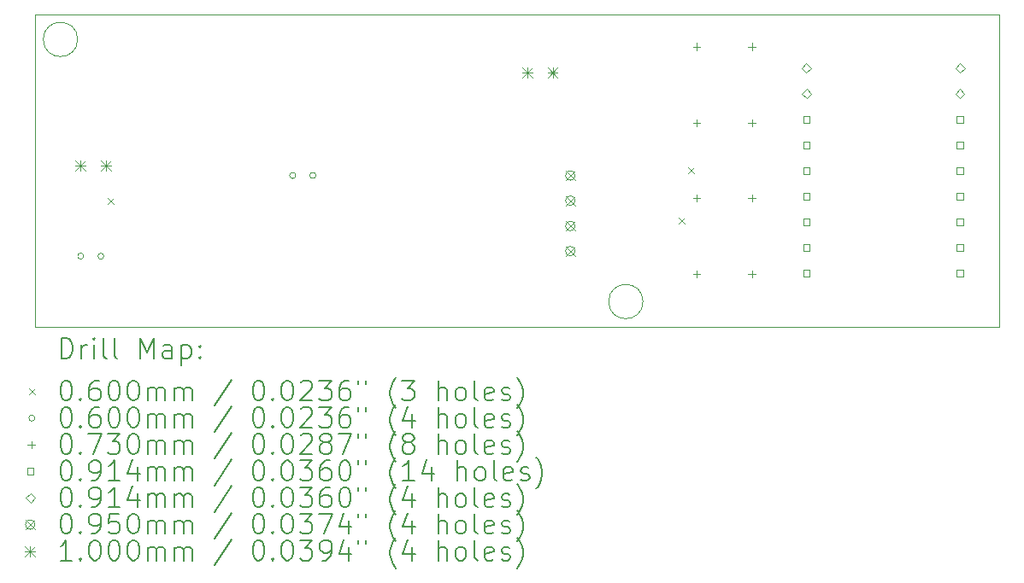
<source format=gbr>
%TF.GenerationSoftware,KiCad,Pcbnew,8.0.9*%
%TF.CreationDate,2025-05-02T01:54:57-05:00*%
%TF.ProjectId,GSR sensor,47535220-7365-46e7-936f-722e6b696361,rev?*%
%TF.SameCoordinates,Original*%
%TF.FileFunction,Drillmap*%
%TF.FilePolarity,Positive*%
%FSLAX45Y45*%
G04 Gerber Fmt 4.5, Leading zero omitted, Abs format (unit mm)*
G04 Created by KiCad (PCBNEW 8.0.9) date 2025-05-02 01:54:57*
%MOMM*%
%LPD*%
G01*
G04 APERTURE LIST*
%ADD10C,0.050000*%
%ADD11C,0.200000*%
%ADD12C,0.100000*%
G04 APERTURE END LIST*
D10*
X8720000Y-4400000D02*
G75*
G02*
X8380000Y-4400000I-170000J0D01*
G01*
X8380000Y-4400000D02*
G75*
G02*
X8720000Y-4400000I170000J0D01*
G01*
X14320000Y-7000000D02*
G75*
G02*
X13980000Y-7000000I-170000J0D01*
G01*
X13980000Y-7000000D02*
G75*
G02*
X14320000Y-7000000I170000J0D01*
G01*
X8300000Y-4150000D02*
X17850000Y-4150000D01*
X17850000Y-7250000D01*
X8300000Y-7250000D01*
X8300000Y-4150000D01*
D11*
D12*
X9020000Y-5970000D02*
X9080000Y-6030000D01*
X9080000Y-5970000D02*
X9020000Y-6030000D01*
X14670000Y-6170000D02*
X14730000Y-6230000D01*
X14730000Y-6170000D02*
X14670000Y-6230000D01*
X14770000Y-5670000D02*
X14830000Y-5730000D01*
X14830000Y-5670000D02*
X14770000Y-5730000D01*
X8780000Y-6550000D02*
G75*
G02*
X8720000Y-6550000I-30000J0D01*
G01*
X8720000Y-6550000D02*
G75*
G02*
X8780000Y-6550000I30000J0D01*
G01*
X8980000Y-6550000D02*
G75*
G02*
X8920000Y-6550000I-30000J0D01*
G01*
X8920000Y-6550000D02*
G75*
G02*
X8980000Y-6550000I30000J0D01*
G01*
X10880000Y-5750000D02*
G75*
G02*
X10820000Y-5750000I-30000J0D01*
G01*
X10820000Y-5750000D02*
G75*
G02*
X10880000Y-5750000I30000J0D01*
G01*
X11080000Y-5750000D02*
G75*
G02*
X11020000Y-5750000I-30000J0D01*
G01*
X11020000Y-5750000D02*
G75*
G02*
X11080000Y-5750000I30000J0D01*
G01*
X14850000Y-4436650D02*
X14850000Y-4509650D01*
X14813500Y-4473150D02*
X14886500Y-4473150D01*
X14850000Y-5190350D02*
X14850000Y-5263350D01*
X14813500Y-5226850D02*
X14886500Y-5226850D01*
X14850000Y-5936650D02*
X14850000Y-6009650D01*
X14813500Y-5973150D02*
X14886500Y-5973150D01*
X14850000Y-6690350D02*
X14850000Y-6763350D01*
X14813500Y-6726850D02*
X14886500Y-6726850D01*
X15400000Y-4436650D02*
X15400000Y-4509650D01*
X15363500Y-4473150D02*
X15436500Y-4473150D01*
X15400000Y-5190350D02*
X15400000Y-5263350D01*
X15363500Y-5226850D02*
X15436500Y-5226850D01*
X15400000Y-5936650D02*
X15400000Y-6009650D01*
X15363500Y-5973150D02*
X15436500Y-5973150D01*
X15400000Y-6690350D02*
X15400000Y-6763350D01*
X15363500Y-6726850D02*
X15436500Y-6726850D01*
X15972155Y-5224305D02*
X15972155Y-5159675D01*
X15907525Y-5159675D01*
X15907525Y-5224305D01*
X15972155Y-5224305D01*
X15972155Y-5478305D02*
X15972155Y-5413675D01*
X15907525Y-5413675D01*
X15907525Y-5478305D01*
X15972155Y-5478305D01*
X15972155Y-5732305D02*
X15972155Y-5667675D01*
X15907525Y-5667675D01*
X15907525Y-5732305D01*
X15972155Y-5732305D01*
X15972155Y-5986305D02*
X15972155Y-5921675D01*
X15907525Y-5921675D01*
X15907525Y-5986305D01*
X15972155Y-5986305D01*
X15972155Y-6240305D02*
X15972155Y-6175675D01*
X15907525Y-6175675D01*
X15907525Y-6240305D01*
X15972155Y-6240305D01*
X15972155Y-6494305D02*
X15972155Y-6429675D01*
X15907525Y-6429675D01*
X15907525Y-6494305D01*
X15972155Y-6494305D01*
X15972155Y-6748305D02*
X15972155Y-6683675D01*
X15907525Y-6683675D01*
X15907525Y-6748305D01*
X15972155Y-6748305D01*
X17490765Y-5224305D02*
X17490765Y-5159675D01*
X17426135Y-5159675D01*
X17426135Y-5224305D01*
X17490765Y-5224305D01*
X17490765Y-5478305D02*
X17490765Y-5413675D01*
X17426135Y-5413675D01*
X17426135Y-5478305D01*
X17490765Y-5478305D01*
X17490765Y-5732305D02*
X17490765Y-5667675D01*
X17426135Y-5667675D01*
X17426135Y-5732305D01*
X17490765Y-5732305D01*
X17490765Y-5986305D02*
X17490765Y-5921675D01*
X17426135Y-5921675D01*
X17426135Y-5986305D01*
X17490765Y-5986305D01*
X17490765Y-6240305D02*
X17490765Y-6175675D01*
X17426135Y-6175675D01*
X17426135Y-6240305D01*
X17490765Y-6240305D01*
X17490765Y-6494305D02*
X17490765Y-6429675D01*
X17426135Y-6429675D01*
X17426135Y-6494305D01*
X17490765Y-6494305D01*
X17490765Y-6748305D02*
X17490765Y-6683675D01*
X17426135Y-6683675D01*
X17426135Y-6748305D01*
X17490765Y-6748305D01*
X15938140Y-4729710D02*
X15983860Y-4683990D01*
X15938140Y-4638270D01*
X15892420Y-4683990D01*
X15938140Y-4729710D01*
X15939840Y-4983710D02*
X15985560Y-4937990D01*
X15939840Y-4892270D01*
X15894120Y-4937990D01*
X15939840Y-4983710D01*
X17458450Y-4983710D02*
X17504170Y-4937990D01*
X17458450Y-4892270D01*
X17412730Y-4937990D01*
X17458450Y-4983710D01*
X17461860Y-4729710D02*
X17507580Y-4683990D01*
X17461860Y-4638270D01*
X17416140Y-4683990D01*
X17461860Y-4729710D01*
X13552500Y-5702500D02*
X13647500Y-5797500D01*
X13647500Y-5702500D02*
X13552500Y-5797500D01*
X13647500Y-5750000D02*
G75*
G02*
X13552500Y-5750000I-47500J0D01*
G01*
X13552500Y-5750000D02*
G75*
G02*
X13647500Y-5750000I47500J0D01*
G01*
X13552500Y-5952500D02*
X13647500Y-6047500D01*
X13647500Y-5952500D02*
X13552500Y-6047500D01*
X13647500Y-6000000D02*
G75*
G02*
X13552500Y-6000000I-47500J0D01*
G01*
X13552500Y-6000000D02*
G75*
G02*
X13647500Y-6000000I47500J0D01*
G01*
X13552500Y-6202500D02*
X13647500Y-6297500D01*
X13647500Y-6202500D02*
X13552500Y-6297500D01*
X13647500Y-6250000D02*
G75*
G02*
X13552500Y-6250000I-47500J0D01*
G01*
X13552500Y-6250000D02*
G75*
G02*
X13647500Y-6250000I47500J0D01*
G01*
X13552500Y-6452500D02*
X13647500Y-6547500D01*
X13647500Y-6452500D02*
X13552500Y-6547500D01*
X13647500Y-6500000D02*
G75*
G02*
X13552500Y-6500000I-47500J0D01*
G01*
X13552500Y-6500000D02*
G75*
G02*
X13647500Y-6500000I47500J0D01*
G01*
X8700000Y-5600000D02*
X8800000Y-5700000D01*
X8800000Y-5600000D02*
X8700000Y-5700000D01*
X8750000Y-5600000D02*
X8750000Y-5700000D01*
X8700000Y-5650000D02*
X8800000Y-5650000D01*
X8950000Y-5600000D02*
X9050000Y-5700000D01*
X9050000Y-5600000D02*
X8950000Y-5700000D01*
X9000000Y-5600000D02*
X9000000Y-5700000D01*
X8950000Y-5650000D02*
X9050000Y-5650000D01*
X13125000Y-4680000D02*
X13225000Y-4780000D01*
X13225000Y-4680000D02*
X13125000Y-4780000D01*
X13175000Y-4680000D02*
X13175000Y-4780000D01*
X13125000Y-4730000D02*
X13225000Y-4730000D01*
X13375000Y-4680000D02*
X13475000Y-4780000D01*
X13475000Y-4680000D02*
X13375000Y-4780000D01*
X13425000Y-4680000D02*
X13425000Y-4780000D01*
X13375000Y-4730000D02*
X13475000Y-4730000D01*
D11*
X8558277Y-7563984D02*
X8558277Y-7363984D01*
X8558277Y-7363984D02*
X8605896Y-7363984D01*
X8605896Y-7363984D02*
X8634467Y-7373508D01*
X8634467Y-7373508D02*
X8653515Y-7392555D01*
X8653515Y-7392555D02*
X8663039Y-7411603D01*
X8663039Y-7411603D02*
X8672563Y-7449698D01*
X8672563Y-7449698D02*
X8672563Y-7478269D01*
X8672563Y-7478269D02*
X8663039Y-7516365D01*
X8663039Y-7516365D02*
X8653515Y-7535412D01*
X8653515Y-7535412D02*
X8634467Y-7554460D01*
X8634467Y-7554460D02*
X8605896Y-7563984D01*
X8605896Y-7563984D02*
X8558277Y-7563984D01*
X8758277Y-7563984D02*
X8758277Y-7430650D01*
X8758277Y-7468746D02*
X8767801Y-7449698D01*
X8767801Y-7449698D02*
X8777324Y-7440174D01*
X8777324Y-7440174D02*
X8796372Y-7430650D01*
X8796372Y-7430650D02*
X8815420Y-7430650D01*
X8882086Y-7563984D02*
X8882086Y-7430650D01*
X8882086Y-7363984D02*
X8872563Y-7373508D01*
X8872563Y-7373508D02*
X8882086Y-7383031D01*
X8882086Y-7383031D02*
X8891610Y-7373508D01*
X8891610Y-7373508D02*
X8882086Y-7363984D01*
X8882086Y-7363984D02*
X8882086Y-7383031D01*
X9005896Y-7563984D02*
X8986848Y-7554460D01*
X8986848Y-7554460D02*
X8977324Y-7535412D01*
X8977324Y-7535412D02*
X8977324Y-7363984D01*
X9110658Y-7563984D02*
X9091610Y-7554460D01*
X9091610Y-7554460D02*
X9082086Y-7535412D01*
X9082086Y-7535412D02*
X9082086Y-7363984D01*
X9339229Y-7563984D02*
X9339229Y-7363984D01*
X9339229Y-7363984D02*
X9405896Y-7506841D01*
X9405896Y-7506841D02*
X9472563Y-7363984D01*
X9472563Y-7363984D02*
X9472563Y-7563984D01*
X9653515Y-7563984D02*
X9653515Y-7459222D01*
X9653515Y-7459222D02*
X9643991Y-7440174D01*
X9643991Y-7440174D02*
X9624944Y-7430650D01*
X9624944Y-7430650D02*
X9586848Y-7430650D01*
X9586848Y-7430650D02*
X9567801Y-7440174D01*
X9653515Y-7554460D02*
X9634467Y-7563984D01*
X9634467Y-7563984D02*
X9586848Y-7563984D01*
X9586848Y-7563984D02*
X9567801Y-7554460D01*
X9567801Y-7554460D02*
X9558277Y-7535412D01*
X9558277Y-7535412D02*
X9558277Y-7516365D01*
X9558277Y-7516365D02*
X9567801Y-7497317D01*
X9567801Y-7497317D02*
X9586848Y-7487793D01*
X9586848Y-7487793D02*
X9634467Y-7487793D01*
X9634467Y-7487793D02*
X9653515Y-7478269D01*
X9748753Y-7430650D02*
X9748753Y-7630650D01*
X9748753Y-7440174D02*
X9767801Y-7430650D01*
X9767801Y-7430650D02*
X9805896Y-7430650D01*
X9805896Y-7430650D02*
X9824944Y-7440174D01*
X9824944Y-7440174D02*
X9834467Y-7449698D01*
X9834467Y-7449698D02*
X9843991Y-7468746D01*
X9843991Y-7468746D02*
X9843991Y-7525888D01*
X9843991Y-7525888D02*
X9834467Y-7544936D01*
X9834467Y-7544936D02*
X9824944Y-7554460D01*
X9824944Y-7554460D02*
X9805896Y-7563984D01*
X9805896Y-7563984D02*
X9767801Y-7563984D01*
X9767801Y-7563984D02*
X9748753Y-7554460D01*
X9929705Y-7544936D02*
X9939229Y-7554460D01*
X9939229Y-7554460D02*
X9929705Y-7563984D01*
X9929705Y-7563984D02*
X9920182Y-7554460D01*
X9920182Y-7554460D02*
X9929705Y-7544936D01*
X9929705Y-7544936D02*
X9929705Y-7563984D01*
X9929705Y-7440174D02*
X9939229Y-7449698D01*
X9939229Y-7449698D02*
X9929705Y-7459222D01*
X9929705Y-7459222D02*
X9920182Y-7449698D01*
X9920182Y-7449698D02*
X9929705Y-7440174D01*
X9929705Y-7440174D02*
X9929705Y-7459222D01*
D12*
X8237500Y-7862500D02*
X8297500Y-7922500D01*
X8297500Y-7862500D02*
X8237500Y-7922500D01*
D11*
X8596372Y-7783984D02*
X8615420Y-7783984D01*
X8615420Y-7783984D02*
X8634467Y-7793508D01*
X8634467Y-7793508D02*
X8643991Y-7803031D01*
X8643991Y-7803031D02*
X8653515Y-7822079D01*
X8653515Y-7822079D02*
X8663039Y-7860174D01*
X8663039Y-7860174D02*
X8663039Y-7907793D01*
X8663039Y-7907793D02*
X8653515Y-7945888D01*
X8653515Y-7945888D02*
X8643991Y-7964936D01*
X8643991Y-7964936D02*
X8634467Y-7974460D01*
X8634467Y-7974460D02*
X8615420Y-7983984D01*
X8615420Y-7983984D02*
X8596372Y-7983984D01*
X8596372Y-7983984D02*
X8577324Y-7974460D01*
X8577324Y-7974460D02*
X8567801Y-7964936D01*
X8567801Y-7964936D02*
X8558277Y-7945888D01*
X8558277Y-7945888D02*
X8548753Y-7907793D01*
X8548753Y-7907793D02*
X8548753Y-7860174D01*
X8548753Y-7860174D02*
X8558277Y-7822079D01*
X8558277Y-7822079D02*
X8567801Y-7803031D01*
X8567801Y-7803031D02*
X8577324Y-7793508D01*
X8577324Y-7793508D02*
X8596372Y-7783984D01*
X8748753Y-7964936D02*
X8758277Y-7974460D01*
X8758277Y-7974460D02*
X8748753Y-7983984D01*
X8748753Y-7983984D02*
X8739229Y-7974460D01*
X8739229Y-7974460D02*
X8748753Y-7964936D01*
X8748753Y-7964936D02*
X8748753Y-7983984D01*
X8929705Y-7783984D02*
X8891610Y-7783984D01*
X8891610Y-7783984D02*
X8872563Y-7793508D01*
X8872563Y-7793508D02*
X8863039Y-7803031D01*
X8863039Y-7803031D02*
X8843991Y-7831603D01*
X8843991Y-7831603D02*
X8834467Y-7869698D01*
X8834467Y-7869698D02*
X8834467Y-7945888D01*
X8834467Y-7945888D02*
X8843991Y-7964936D01*
X8843991Y-7964936D02*
X8853515Y-7974460D01*
X8853515Y-7974460D02*
X8872563Y-7983984D01*
X8872563Y-7983984D02*
X8910658Y-7983984D01*
X8910658Y-7983984D02*
X8929705Y-7974460D01*
X8929705Y-7974460D02*
X8939229Y-7964936D01*
X8939229Y-7964936D02*
X8948753Y-7945888D01*
X8948753Y-7945888D02*
X8948753Y-7898269D01*
X8948753Y-7898269D02*
X8939229Y-7879222D01*
X8939229Y-7879222D02*
X8929705Y-7869698D01*
X8929705Y-7869698D02*
X8910658Y-7860174D01*
X8910658Y-7860174D02*
X8872563Y-7860174D01*
X8872563Y-7860174D02*
X8853515Y-7869698D01*
X8853515Y-7869698D02*
X8843991Y-7879222D01*
X8843991Y-7879222D02*
X8834467Y-7898269D01*
X9072563Y-7783984D02*
X9091610Y-7783984D01*
X9091610Y-7783984D02*
X9110658Y-7793508D01*
X9110658Y-7793508D02*
X9120182Y-7803031D01*
X9120182Y-7803031D02*
X9129705Y-7822079D01*
X9129705Y-7822079D02*
X9139229Y-7860174D01*
X9139229Y-7860174D02*
X9139229Y-7907793D01*
X9139229Y-7907793D02*
X9129705Y-7945888D01*
X9129705Y-7945888D02*
X9120182Y-7964936D01*
X9120182Y-7964936D02*
X9110658Y-7974460D01*
X9110658Y-7974460D02*
X9091610Y-7983984D01*
X9091610Y-7983984D02*
X9072563Y-7983984D01*
X9072563Y-7983984D02*
X9053515Y-7974460D01*
X9053515Y-7974460D02*
X9043991Y-7964936D01*
X9043991Y-7964936D02*
X9034467Y-7945888D01*
X9034467Y-7945888D02*
X9024944Y-7907793D01*
X9024944Y-7907793D02*
X9024944Y-7860174D01*
X9024944Y-7860174D02*
X9034467Y-7822079D01*
X9034467Y-7822079D02*
X9043991Y-7803031D01*
X9043991Y-7803031D02*
X9053515Y-7793508D01*
X9053515Y-7793508D02*
X9072563Y-7783984D01*
X9263039Y-7783984D02*
X9282086Y-7783984D01*
X9282086Y-7783984D02*
X9301134Y-7793508D01*
X9301134Y-7793508D02*
X9310658Y-7803031D01*
X9310658Y-7803031D02*
X9320182Y-7822079D01*
X9320182Y-7822079D02*
X9329705Y-7860174D01*
X9329705Y-7860174D02*
X9329705Y-7907793D01*
X9329705Y-7907793D02*
X9320182Y-7945888D01*
X9320182Y-7945888D02*
X9310658Y-7964936D01*
X9310658Y-7964936D02*
X9301134Y-7974460D01*
X9301134Y-7974460D02*
X9282086Y-7983984D01*
X9282086Y-7983984D02*
X9263039Y-7983984D01*
X9263039Y-7983984D02*
X9243991Y-7974460D01*
X9243991Y-7974460D02*
X9234467Y-7964936D01*
X9234467Y-7964936D02*
X9224944Y-7945888D01*
X9224944Y-7945888D02*
X9215420Y-7907793D01*
X9215420Y-7907793D02*
X9215420Y-7860174D01*
X9215420Y-7860174D02*
X9224944Y-7822079D01*
X9224944Y-7822079D02*
X9234467Y-7803031D01*
X9234467Y-7803031D02*
X9243991Y-7793508D01*
X9243991Y-7793508D02*
X9263039Y-7783984D01*
X9415420Y-7983984D02*
X9415420Y-7850650D01*
X9415420Y-7869698D02*
X9424944Y-7860174D01*
X9424944Y-7860174D02*
X9443991Y-7850650D01*
X9443991Y-7850650D02*
X9472563Y-7850650D01*
X9472563Y-7850650D02*
X9491610Y-7860174D01*
X9491610Y-7860174D02*
X9501134Y-7879222D01*
X9501134Y-7879222D02*
X9501134Y-7983984D01*
X9501134Y-7879222D02*
X9510658Y-7860174D01*
X9510658Y-7860174D02*
X9529705Y-7850650D01*
X9529705Y-7850650D02*
X9558277Y-7850650D01*
X9558277Y-7850650D02*
X9577325Y-7860174D01*
X9577325Y-7860174D02*
X9586848Y-7879222D01*
X9586848Y-7879222D02*
X9586848Y-7983984D01*
X9682086Y-7983984D02*
X9682086Y-7850650D01*
X9682086Y-7869698D02*
X9691610Y-7860174D01*
X9691610Y-7860174D02*
X9710658Y-7850650D01*
X9710658Y-7850650D02*
X9739229Y-7850650D01*
X9739229Y-7850650D02*
X9758277Y-7860174D01*
X9758277Y-7860174D02*
X9767801Y-7879222D01*
X9767801Y-7879222D02*
X9767801Y-7983984D01*
X9767801Y-7879222D02*
X9777325Y-7860174D01*
X9777325Y-7860174D02*
X9796372Y-7850650D01*
X9796372Y-7850650D02*
X9824944Y-7850650D01*
X9824944Y-7850650D02*
X9843991Y-7860174D01*
X9843991Y-7860174D02*
X9853515Y-7879222D01*
X9853515Y-7879222D02*
X9853515Y-7983984D01*
X10243991Y-7774460D02*
X10072563Y-8031603D01*
X10501134Y-7783984D02*
X10520182Y-7783984D01*
X10520182Y-7783984D02*
X10539229Y-7793508D01*
X10539229Y-7793508D02*
X10548753Y-7803031D01*
X10548753Y-7803031D02*
X10558277Y-7822079D01*
X10558277Y-7822079D02*
X10567801Y-7860174D01*
X10567801Y-7860174D02*
X10567801Y-7907793D01*
X10567801Y-7907793D02*
X10558277Y-7945888D01*
X10558277Y-7945888D02*
X10548753Y-7964936D01*
X10548753Y-7964936D02*
X10539229Y-7974460D01*
X10539229Y-7974460D02*
X10520182Y-7983984D01*
X10520182Y-7983984D02*
X10501134Y-7983984D01*
X10501134Y-7983984D02*
X10482087Y-7974460D01*
X10482087Y-7974460D02*
X10472563Y-7964936D01*
X10472563Y-7964936D02*
X10463039Y-7945888D01*
X10463039Y-7945888D02*
X10453515Y-7907793D01*
X10453515Y-7907793D02*
X10453515Y-7860174D01*
X10453515Y-7860174D02*
X10463039Y-7822079D01*
X10463039Y-7822079D02*
X10472563Y-7803031D01*
X10472563Y-7803031D02*
X10482087Y-7793508D01*
X10482087Y-7793508D02*
X10501134Y-7783984D01*
X10653515Y-7964936D02*
X10663039Y-7974460D01*
X10663039Y-7974460D02*
X10653515Y-7983984D01*
X10653515Y-7983984D02*
X10643991Y-7974460D01*
X10643991Y-7974460D02*
X10653515Y-7964936D01*
X10653515Y-7964936D02*
X10653515Y-7983984D01*
X10786848Y-7783984D02*
X10805896Y-7783984D01*
X10805896Y-7783984D02*
X10824944Y-7793508D01*
X10824944Y-7793508D02*
X10834468Y-7803031D01*
X10834468Y-7803031D02*
X10843991Y-7822079D01*
X10843991Y-7822079D02*
X10853515Y-7860174D01*
X10853515Y-7860174D02*
X10853515Y-7907793D01*
X10853515Y-7907793D02*
X10843991Y-7945888D01*
X10843991Y-7945888D02*
X10834468Y-7964936D01*
X10834468Y-7964936D02*
X10824944Y-7974460D01*
X10824944Y-7974460D02*
X10805896Y-7983984D01*
X10805896Y-7983984D02*
X10786848Y-7983984D01*
X10786848Y-7983984D02*
X10767801Y-7974460D01*
X10767801Y-7974460D02*
X10758277Y-7964936D01*
X10758277Y-7964936D02*
X10748753Y-7945888D01*
X10748753Y-7945888D02*
X10739229Y-7907793D01*
X10739229Y-7907793D02*
X10739229Y-7860174D01*
X10739229Y-7860174D02*
X10748753Y-7822079D01*
X10748753Y-7822079D02*
X10758277Y-7803031D01*
X10758277Y-7803031D02*
X10767801Y-7793508D01*
X10767801Y-7793508D02*
X10786848Y-7783984D01*
X10929706Y-7803031D02*
X10939229Y-7793508D01*
X10939229Y-7793508D02*
X10958277Y-7783984D01*
X10958277Y-7783984D02*
X11005896Y-7783984D01*
X11005896Y-7783984D02*
X11024944Y-7793508D01*
X11024944Y-7793508D02*
X11034468Y-7803031D01*
X11034468Y-7803031D02*
X11043991Y-7822079D01*
X11043991Y-7822079D02*
X11043991Y-7841127D01*
X11043991Y-7841127D02*
X11034468Y-7869698D01*
X11034468Y-7869698D02*
X10920182Y-7983984D01*
X10920182Y-7983984D02*
X11043991Y-7983984D01*
X11110658Y-7783984D02*
X11234467Y-7783984D01*
X11234467Y-7783984D02*
X11167801Y-7860174D01*
X11167801Y-7860174D02*
X11196372Y-7860174D01*
X11196372Y-7860174D02*
X11215420Y-7869698D01*
X11215420Y-7869698D02*
X11224944Y-7879222D01*
X11224944Y-7879222D02*
X11234467Y-7898269D01*
X11234467Y-7898269D02*
X11234467Y-7945888D01*
X11234467Y-7945888D02*
X11224944Y-7964936D01*
X11224944Y-7964936D02*
X11215420Y-7974460D01*
X11215420Y-7974460D02*
X11196372Y-7983984D01*
X11196372Y-7983984D02*
X11139229Y-7983984D01*
X11139229Y-7983984D02*
X11120182Y-7974460D01*
X11120182Y-7974460D02*
X11110658Y-7964936D01*
X11405896Y-7783984D02*
X11367801Y-7783984D01*
X11367801Y-7783984D02*
X11348753Y-7793508D01*
X11348753Y-7793508D02*
X11339229Y-7803031D01*
X11339229Y-7803031D02*
X11320182Y-7831603D01*
X11320182Y-7831603D02*
X11310658Y-7869698D01*
X11310658Y-7869698D02*
X11310658Y-7945888D01*
X11310658Y-7945888D02*
X11320182Y-7964936D01*
X11320182Y-7964936D02*
X11329706Y-7974460D01*
X11329706Y-7974460D02*
X11348753Y-7983984D01*
X11348753Y-7983984D02*
X11386848Y-7983984D01*
X11386848Y-7983984D02*
X11405896Y-7974460D01*
X11405896Y-7974460D02*
X11415420Y-7964936D01*
X11415420Y-7964936D02*
X11424944Y-7945888D01*
X11424944Y-7945888D02*
X11424944Y-7898269D01*
X11424944Y-7898269D02*
X11415420Y-7879222D01*
X11415420Y-7879222D02*
X11405896Y-7869698D01*
X11405896Y-7869698D02*
X11386848Y-7860174D01*
X11386848Y-7860174D02*
X11348753Y-7860174D01*
X11348753Y-7860174D02*
X11329706Y-7869698D01*
X11329706Y-7869698D02*
X11320182Y-7879222D01*
X11320182Y-7879222D02*
X11310658Y-7898269D01*
X11501134Y-7783984D02*
X11501134Y-7822079D01*
X11577325Y-7783984D02*
X11577325Y-7822079D01*
X11872563Y-8060174D02*
X11863039Y-8050650D01*
X11863039Y-8050650D02*
X11843991Y-8022079D01*
X11843991Y-8022079D02*
X11834468Y-8003031D01*
X11834468Y-8003031D02*
X11824944Y-7974460D01*
X11824944Y-7974460D02*
X11815420Y-7926841D01*
X11815420Y-7926841D02*
X11815420Y-7888746D01*
X11815420Y-7888746D02*
X11824944Y-7841127D01*
X11824944Y-7841127D02*
X11834468Y-7812555D01*
X11834468Y-7812555D02*
X11843991Y-7793508D01*
X11843991Y-7793508D02*
X11863039Y-7764936D01*
X11863039Y-7764936D02*
X11872563Y-7755412D01*
X11929706Y-7783984D02*
X12053515Y-7783984D01*
X12053515Y-7783984D02*
X11986848Y-7860174D01*
X11986848Y-7860174D02*
X12015420Y-7860174D01*
X12015420Y-7860174D02*
X12034468Y-7869698D01*
X12034468Y-7869698D02*
X12043991Y-7879222D01*
X12043991Y-7879222D02*
X12053515Y-7898269D01*
X12053515Y-7898269D02*
X12053515Y-7945888D01*
X12053515Y-7945888D02*
X12043991Y-7964936D01*
X12043991Y-7964936D02*
X12034468Y-7974460D01*
X12034468Y-7974460D02*
X12015420Y-7983984D01*
X12015420Y-7983984D02*
X11958277Y-7983984D01*
X11958277Y-7983984D02*
X11939229Y-7974460D01*
X11939229Y-7974460D02*
X11929706Y-7964936D01*
X12291610Y-7983984D02*
X12291610Y-7783984D01*
X12377325Y-7983984D02*
X12377325Y-7879222D01*
X12377325Y-7879222D02*
X12367801Y-7860174D01*
X12367801Y-7860174D02*
X12348753Y-7850650D01*
X12348753Y-7850650D02*
X12320182Y-7850650D01*
X12320182Y-7850650D02*
X12301134Y-7860174D01*
X12301134Y-7860174D02*
X12291610Y-7869698D01*
X12501134Y-7983984D02*
X12482087Y-7974460D01*
X12482087Y-7974460D02*
X12472563Y-7964936D01*
X12472563Y-7964936D02*
X12463039Y-7945888D01*
X12463039Y-7945888D02*
X12463039Y-7888746D01*
X12463039Y-7888746D02*
X12472563Y-7869698D01*
X12472563Y-7869698D02*
X12482087Y-7860174D01*
X12482087Y-7860174D02*
X12501134Y-7850650D01*
X12501134Y-7850650D02*
X12529706Y-7850650D01*
X12529706Y-7850650D02*
X12548753Y-7860174D01*
X12548753Y-7860174D02*
X12558277Y-7869698D01*
X12558277Y-7869698D02*
X12567801Y-7888746D01*
X12567801Y-7888746D02*
X12567801Y-7945888D01*
X12567801Y-7945888D02*
X12558277Y-7964936D01*
X12558277Y-7964936D02*
X12548753Y-7974460D01*
X12548753Y-7974460D02*
X12529706Y-7983984D01*
X12529706Y-7983984D02*
X12501134Y-7983984D01*
X12682087Y-7983984D02*
X12663039Y-7974460D01*
X12663039Y-7974460D02*
X12653515Y-7955412D01*
X12653515Y-7955412D02*
X12653515Y-7783984D01*
X12834468Y-7974460D02*
X12815420Y-7983984D01*
X12815420Y-7983984D02*
X12777325Y-7983984D01*
X12777325Y-7983984D02*
X12758277Y-7974460D01*
X12758277Y-7974460D02*
X12748753Y-7955412D01*
X12748753Y-7955412D02*
X12748753Y-7879222D01*
X12748753Y-7879222D02*
X12758277Y-7860174D01*
X12758277Y-7860174D02*
X12777325Y-7850650D01*
X12777325Y-7850650D02*
X12815420Y-7850650D01*
X12815420Y-7850650D02*
X12834468Y-7860174D01*
X12834468Y-7860174D02*
X12843991Y-7879222D01*
X12843991Y-7879222D02*
X12843991Y-7898269D01*
X12843991Y-7898269D02*
X12748753Y-7917317D01*
X12920182Y-7974460D02*
X12939230Y-7983984D01*
X12939230Y-7983984D02*
X12977325Y-7983984D01*
X12977325Y-7983984D02*
X12996372Y-7974460D01*
X12996372Y-7974460D02*
X13005896Y-7955412D01*
X13005896Y-7955412D02*
X13005896Y-7945888D01*
X13005896Y-7945888D02*
X12996372Y-7926841D01*
X12996372Y-7926841D02*
X12977325Y-7917317D01*
X12977325Y-7917317D02*
X12948753Y-7917317D01*
X12948753Y-7917317D02*
X12929706Y-7907793D01*
X12929706Y-7907793D02*
X12920182Y-7888746D01*
X12920182Y-7888746D02*
X12920182Y-7879222D01*
X12920182Y-7879222D02*
X12929706Y-7860174D01*
X12929706Y-7860174D02*
X12948753Y-7850650D01*
X12948753Y-7850650D02*
X12977325Y-7850650D01*
X12977325Y-7850650D02*
X12996372Y-7860174D01*
X13072563Y-8060174D02*
X13082087Y-8050650D01*
X13082087Y-8050650D02*
X13101134Y-8022079D01*
X13101134Y-8022079D02*
X13110658Y-8003031D01*
X13110658Y-8003031D02*
X13120182Y-7974460D01*
X13120182Y-7974460D02*
X13129706Y-7926841D01*
X13129706Y-7926841D02*
X13129706Y-7888746D01*
X13129706Y-7888746D02*
X13120182Y-7841127D01*
X13120182Y-7841127D02*
X13110658Y-7812555D01*
X13110658Y-7812555D02*
X13101134Y-7793508D01*
X13101134Y-7793508D02*
X13082087Y-7764936D01*
X13082087Y-7764936D02*
X13072563Y-7755412D01*
D12*
X8297500Y-8156500D02*
G75*
G02*
X8237500Y-8156500I-30000J0D01*
G01*
X8237500Y-8156500D02*
G75*
G02*
X8297500Y-8156500I30000J0D01*
G01*
D11*
X8596372Y-8047984D02*
X8615420Y-8047984D01*
X8615420Y-8047984D02*
X8634467Y-8057508D01*
X8634467Y-8057508D02*
X8643991Y-8067031D01*
X8643991Y-8067031D02*
X8653515Y-8086079D01*
X8653515Y-8086079D02*
X8663039Y-8124174D01*
X8663039Y-8124174D02*
X8663039Y-8171793D01*
X8663039Y-8171793D02*
X8653515Y-8209888D01*
X8653515Y-8209888D02*
X8643991Y-8228936D01*
X8643991Y-8228936D02*
X8634467Y-8238460D01*
X8634467Y-8238460D02*
X8615420Y-8247984D01*
X8615420Y-8247984D02*
X8596372Y-8247984D01*
X8596372Y-8247984D02*
X8577324Y-8238460D01*
X8577324Y-8238460D02*
X8567801Y-8228936D01*
X8567801Y-8228936D02*
X8558277Y-8209888D01*
X8558277Y-8209888D02*
X8548753Y-8171793D01*
X8548753Y-8171793D02*
X8548753Y-8124174D01*
X8548753Y-8124174D02*
X8558277Y-8086079D01*
X8558277Y-8086079D02*
X8567801Y-8067031D01*
X8567801Y-8067031D02*
X8577324Y-8057508D01*
X8577324Y-8057508D02*
X8596372Y-8047984D01*
X8748753Y-8228936D02*
X8758277Y-8238460D01*
X8758277Y-8238460D02*
X8748753Y-8247984D01*
X8748753Y-8247984D02*
X8739229Y-8238460D01*
X8739229Y-8238460D02*
X8748753Y-8228936D01*
X8748753Y-8228936D02*
X8748753Y-8247984D01*
X8929705Y-8047984D02*
X8891610Y-8047984D01*
X8891610Y-8047984D02*
X8872563Y-8057508D01*
X8872563Y-8057508D02*
X8863039Y-8067031D01*
X8863039Y-8067031D02*
X8843991Y-8095603D01*
X8843991Y-8095603D02*
X8834467Y-8133698D01*
X8834467Y-8133698D02*
X8834467Y-8209888D01*
X8834467Y-8209888D02*
X8843991Y-8228936D01*
X8843991Y-8228936D02*
X8853515Y-8238460D01*
X8853515Y-8238460D02*
X8872563Y-8247984D01*
X8872563Y-8247984D02*
X8910658Y-8247984D01*
X8910658Y-8247984D02*
X8929705Y-8238460D01*
X8929705Y-8238460D02*
X8939229Y-8228936D01*
X8939229Y-8228936D02*
X8948753Y-8209888D01*
X8948753Y-8209888D02*
X8948753Y-8162269D01*
X8948753Y-8162269D02*
X8939229Y-8143222D01*
X8939229Y-8143222D02*
X8929705Y-8133698D01*
X8929705Y-8133698D02*
X8910658Y-8124174D01*
X8910658Y-8124174D02*
X8872563Y-8124174D01*
X8872563Y-8124174D02*
X8853515Y-8133698D01*
X8853515Y-8133698D02*
X8843991Y-8143222D01*
X8843991Y-8143222D02*
X8834467Y-8162269D01*
X9072563Y-8047984D02*
X9091610Y-8047984D01*
X9091610Y-8047984D02*
X9110658Y-8057508D01*
X9110658Y-8057508D02*
X9120182Y-8067031D01*
X9120182Y-8067031D02*
X9129705Y-8086079D01*
X9129705Y-8086079D02*
X9139229Y-8124174D01*
X9139229Y-8124174D02*
X9139229Y-8171793D01*
X9139229Y-8171793D02*
X9129705Y-8209888D01*
X9129705Y-8209888D02*
X9120182Y-8228936D01*
X9120182Y-8228936D02*
X9110658Y-8238460D01*
X9110658Y-8238460D02*
X9091610Y-8247984D01*
X9091610Y-8247984D02*
X9072563Y-8247984D01*
X9072563Y-8247984D02*
X9053515Y-8238460D01*
X9053515Y-8238460D02*
X9043991Y-8228936D01*
X9043991Y-8228936D02*
X9034467Y-8209888D01*
X9034467Y-8209888D02*
X9024944Y-8171793D01*
X9024944Y-8171793D02*
X9024944Y-8124174D01*
X9024944Y-8124174D02*
X9034467Y-8086079D01*
X9034467Y-8086079D02*
X9043991Y-8067031D01*
X9043991Y-8067031D02*
X9053515Y-8057508D01*
X9053515Y-8057508D02*
X9072563Y-8047984D01*
X9263039Y-8047984D02*
X9282086Y-8047984D01*
X9282086Y-8047984D02*
X9301134Y-8057508D01*
X9301134Y-8057508D02*
X9310658Y-8067031D01*
X9310658Y-8067031D02*
X9320182Y-8086079D01*
X9320182Y-8086079D02*
X9329705Y-8124174D01*
X9329705Y-8124174D02*
X9329705Y-8171793D01*
X9329705Y-8171793D02*
X9320182Y-8209888D01*
X9320182Y-8209888D02*
X9310658Y-8228936D01*
X9310658Y-8228936D02*
X9301134Y-8238460D01*
X9301134Y-8238460D02*
X9282086Y-8247984D01*
X9282086Y-8247984D02*
X9263039Y-8247984D01*
X9263039Y-8247984D02*
X9243991Y-8238460D01*
X9243991Y-8238460D02*
X9234467Y-8228936D01*
X9234467Y-8228936D02*
X9224944Y-8209888D01*
X9224944Y-8209888D02*
X9215420Y-8171793D01*
X9215420Y-8171793D02*
X9215420Y-8124174D01*
X9215420Y-8124174D02*
X9224944Y-8086079D01*
X9224944Y-8086079D02*
X9234467Y-8067031D01*
X9234467Y-8067031D02*
X9243991Y-8057508D01*
X9243991Y-8057508D02*
X9263039Y-8047984D01*
X9415420Y-8247984D02*
X9415420Y-8114650D01*
X9415420Y-8133698D02*
X9424944Y-8124174D01*
X9424944Y-8124174D02*
X9443991Y-8114650D01*
X9443991Y-8114650D02*
X9472563Y-8114650D01*
X9472563Y-8114650D02*
X9491610Y-8124174D01*
X9491610Y-8124174D02*
X9501134Y-8143222D01*
X9501134Y-8143222D02*
X9501134Y-8247984D01*
X9501134Y-8143222D02*
X9510658Y-8124174D01*
X9510658Y-8124174D02*
X9529705Y-8114650D01*
X9529705Y-8114650D02*
X9558277Y-8114650D01*
X9558277Y-8114650D02*
X9577325Y-8124174D01*
X9577325Y-8124174D02*
X9586848Y-8143222D01*
X9586848Y-8143222D02*
X9586848Y-8247984D01*
X9682086Y-8247984D02*
X9682086Y-8114650D01*
X9682086Y-8133698D02*
X9691610Y-8124174D01*
X9691610Y-8124174D02*
X9710658Y-8114650D01*
X9710658Y-8114650D02*
X9739229Y-8114650D01*
X9739229Y-8114650D02*
X9758277Y-8124174D01*
X9758277Y-8124174D02*
X9767801Y-8143222D01*
X9767801Y-8143222D02*
X9767801Y-8247984D01*
X9767801Y-8143222D02*
X9777325Y-8124174D01*
X9777325Y-8124174D02*
X9796372Y-8114650D01*
X9796372Y-8114650D02*
X9824944Y-8114650D01*
X9824944Y-8114650D02*
X9843991Y-8124174D01*
X9843991Y-8124174D02*
X9853515Y-8143222D01*
X9853515Y-8143222D02*
X9853515Y-8247984D01*
X10243991Y-8038460D02*
X10072563Y-8295603D01*
X10501134Y-8047984D02*
X10520182Y-8047984D01*
X10520182Y-8047984D02*
X10539229Y-8057508D01*
X10539229Y-8057508D02*
X10548753Y-8067031D01*
X10548753Y-8067031D02*
X10558277Y-8086079D01*
X10558277Y-8086079D02*
X10567801Y-8124174D01*
X10567801Y-8124174D02*
X10567801Y-8171793D01*
X10567801Y-8171793D02*
X10558277Y-8209888D01*
X10558277Y-8209888D02*
X10548753Y-8228936D01*
X10548753Y-8228936D02*
X10539229Y-8238460D01*
X10539229Y-8238460D02*
X10520182Y-8247984D01*
X10520182Y-8247984D02*
X10501134Y-8247984D01*
X10501134Y-8247984D02*
X10482087Y-8238460D01*
X10482087Y-8238460D02*
X10472563Y-8228936D01*
X10472563Y-8228936D02*
X10463039Y-8209888D01*
X10463039Y-8209888D02*
X10453515Y-8171793D01*
X10453515Y-8171793D02*
X10453515Y-8124174D01*
X10453515Y-8124174D02*
X10463039Y-8086079D01*
X10463039Y-8086079D02*
X10472563Y-8067031D01*
X10472563Y-8067031D02*
X10482087Y-8057508D01*
X10482087Y-8057508D02*
X10501134Y-8047984D01*
X10653515Y-8228936D02*
X10663039Y-8238460D01*
X10663039Y-8238460D02*
X10653515Y-8247984D01*
X10653515Y-8247984D02*
X10643991Y-8238460D01*
X10643991Y-8238460D02*
X10653515Y-8228936D01*
X10653515Y-8228936D02*
X10653515Y-8247984D01*
X10786848Y-8047984D02*
X10805896Y-8047984D01*
X10805896Y-8047984D02*
X10824944Y-8057508D01*
X10824944Y-8057508D02*
X10834468Y-8067031D01*
X10834468Y-8067031D02*
X10843991Y-8086079D01*
X10843991Y-8086079D02*
X10853515Y-8124174D01*
X10853515Y-8124174D02*
X10853515Y-8171793D01*
X10853515Y-8171793D02*
X10843991Y-8209888D01*
X10843991Y-8209888D02*
X10834468Y-8228936D01*
X10834468Y-8228936D02*
X10824944Y-8238460D01*
X10824944Y-8238460D02*
X10805896Y-8247984D01*
X10805896Y-8247984D02*
X10786848Y-8247984D01*
X10786848Y-8247984D02*
X10767801Y-8238460D01*
X10767801Y-8238460D02*
X10758277Y-8228936D01*
X10758277Y-8228936D02*
X10748753Y-8209888D01*
X10748753Y-8209888D02*
X10739229Y-8171793D01*
X10739229Y-8171793D02*
X10739229Y-8124174D01*
X10739229Y-8124174D02*
X10748753Y-8086079D01*
X10748753Y-8086079D02*
X10758277Y-8067031D01*
X10758277Y-8067031D02*
X10767801Y-8057508D01*
X10767801Y-8057508D02*
X10786848Y-8047984D01*
X10929706Y-8067031D02*
X10939229Y-8057508D01*
X10939229Y-8057508D02*
X10958277Y-8047984D01*
X10958277Y-8047984D02*
X11005896Y-8047984D01*
X11005896Y-8047984D02*
X11024944Y-8057508D01*
X11024944Y-8057508D02*
X11034468Y-8067031D01*
X11034468Y-8067031D02*
X11043991Y-8086079D01*
X11043991Y-8086079D02*
X11043991Y-8105127D01*
X11043991Y-8105127D02*
X11034468Y-8133698D01*
X11034468Y-8133698D02*
X10920182Y-8247984D01*
X10920182Y-8247984D02*
X11043991Y-8247984D01*
X11110658Y-8047984D02*
X11234467Y-8047984D01*
X11234467Y-8047984D02*
X11167801Y-8124174D01*
X11167801Y-8124174D02*
X11196372Y-8124174D01*
X11196372Y-8124174D02*
X11215420Y-8133698D01*
X11215420Y-8133698D02*
X11224944Y-8143222D01*
X11224944Y-8143222D02*
X11234467Y-8162269D01*
X11234467Y-8162269D02*
X11234467Y-8209888D01*
X11234467Y-8209888D02*
X11224944Y-8228936D01*
X11224944Y-8228936D02*
X11215420Y-8238460D01*
X11215420Y-8238460D02*
X11196372Y-8247984D01*
X11196372Y-8247984D02*
X11139229Y-8247984D01*
X11139229Y-8247984D02*
X11120182Y-8238460D01*
X11120182Y-8238460D02*
X11110658Y-8228936D01*
X11405896Y-8047984D02*
X11367801Y-8047984D01*
X11367801Y-8047984D02*
X11348753Y-8057508D01*
X11348753Y-8057508D02*
X11339229Y-8067031D01*
X11339229Y-8067031D02*
X11320182Y-8095603D01*
X11320182Y-8095603D02*
X11310658Y-8133698D01*
X11310658Y-8133698D02*
X11310658Y-8209888D01*
X11310658Y-8209888D02*
X11320182Y-8228936D01*
X11320182Y-8228936D02*
X11329706Y-8238460D01*
X11329706Y-8238460D02*
X11348753Y-8247984D01*
X11348753Y-8247984D02*
X11386848Y-8247984D01*
X11386848Y-8247984D02*
X11405896Y-8238460D01*
X11405896Y-8238460D02*
X11415420Y-8228936D01*
X11415420Y-8228936D02*
X11424944Y-8209888D01*
X11424944Y-8209888D02*
X11424944Y-8162269D01*
X11424944Y-8162269D02*
X11415420Y-8143222D01*
X11415420Y-8143222D02*
X11405896Y-8133698D01*
X11405896Y-8133698D02*
X11386848Y-8124174D01*
X11386848Y-8124174D02*
X11348753Y-8124174D01*
X11348753Y-8124174D02*
X11329706Y-8133698D01*
X11329706Y-8133698D02*
X11320182Y-8143222D01*
X11320182Y-8143222D02*
X11310658Y-8162269D01*
X11501134Y-8047984D02*
X11501134Y-8086079D01*
X11577325Y-8047984D02*
X11577325Y-8086079D01*
X11872563Y-8324174D02*
X11863039Y-8314650D01*
X11863039Y-8314650D02*
X11843991Y-8286079D01*
X11843991Y-8286079D02*
X11834468Y-8267031D01*
X11834468Y-8267031D02*
X11824944Y-8238460D01*
X11824944Y-8238460D02*
X11815420Y-8190841D01*
X11815420Y-8190841D02*
X11815420Y-8152746D01*
X11815420Y-8152746D02*
X11824944Y-8105127D01*
X11824944Y-8105127D02*
X11834468Y-8076555D01*
X11834468Y-8076555D02*
X11843991Y-8057508D01*
X11843991Y-8057508D02*
X11863039Y-8028936D01*
X11863039Y-8028936D02*
X11872563Y-8019412D01*
X12034468Y-8114650D02*
X12034468Y-8247984D01*
X11986848Y-8038460D02*
X11939229Y-8181317D01*
X11939229Y-8181317D02*
X12063039Y-8181317D01*
X12291610Y-8247984D02*
X12291610Y-8047984D01*
X12377325Y-8247984D02*
X12377325Y-8143222D01*
X12377325Y-8143222D02*
X12367801Y-8124174D01*
X12367801Y-8124174D02*
X12348753Y-8114650D01*
X12348753Y-8114650D02*
X12320182Y-8114650D01*
X12320182Y-8114650D02*
X12301134Y-8124174D01*
X12301134Y-8124174D02*
X12291610Y-8133698D01*
X12501134Y-8247984D02*
X12482087Y-8238460D01*
X12482087Y-8238460D02*
X12472563Y-8228936D01*
X12472563Y-8228936D02*
X12463039Y-8209888D01*
X12463039Y-8209888D02*
X12463039Y-8152746D01*
X12463039Y-8152746D02*
X12472563Y-8133698D01*
X12472563Y-8133698D02*
X12482087Y-8124174D01*
X12482087Y-8124174D02*
X12501134Y-8114650D01*
X12501134Y-8114650D02*
X12529706Y-8114650D01*
X12529706Y-8114650D02*
X12548753Y-8124174D01*
X12548753Y-8124174D02*
X12558277Y-8133698D01*
X12558277Y-8133698D02*
X12567801Y-8152746D01*
X12567801Y-8152746D02*
X12567801Y-8209888D01*
X12567801Y-8209888D02*
X12558277Y-8228936D01*
X12558277Y-8228936D02*
X12548753Y-8238460D01*
X12548753Y-8238460D02*
X12529706Y-8247984D01*
X12529706Y-8247984D02*
X12501134Y-8247984D01*
X12682087Y-8247984D02*
X12663039Y-8238460D01*
X12663039Y-8238460D02*
X12653515Y-8219412D01*
X12653515Y-8219412D02*
X12653515Y-8047984D01*
X12834468Y-8238460D02*
X12815420Y-8247984D01*
X12815420Y-8247984D02*
X12777325Y-8247984D01*
X12777325Y-8247984D02*
X12758277Y-8238460D01*
X12758277Y-8238460D02*
X12748753Y-8219412D01*
X12748753Y-8219412D02*
X12748753Y-8143222D01*
X12748753Y-8143222D02*
X12758277Y-8124174D01*
X12758277Y-8124174D02*
X12777325Y-8114650D01*
X12777325Y-8114650D02*
X12815420Y-8114650D01*
X12815420Y-8114650D02*
X12834468Y-8124174D01*
X12834468Y-8124174D02*
X12843991Y-8143222D01*
X12843991Y-8143222D02*
X12843991Y-8162269D01*
X12843991Y-8162269D02*
X12748753Y-8181317D01*
X12920182Y-8238460D02*
X12939230Y-8247984D01*
X12939230Y-8247984D02*
X12977325Y-8247984D01*
X12977325Y-8247984D02*
X12996372Y-8238460D01*
X12996372Y-8238460D02*
X13005896Y-8219412D01*
X13005896Y-8219412D02*
X13005896Y-8209888D01*
X13005896Y-8209888D02*
X12996372Y-8190841D01*
X12996372Y-8190841D02*
X12977325Y-8181317D01*
X12977325Y-8181317D02*
X12948753Y-8181317D01*
X12948753Y-8181317D02*
X12929706Y-8171793D01*
X12929706Y-8171793D02*
X12920182Y-8152746D01*
X12920182Y-8152746D02*
X12920182Y-8143222D01*
X12920182Y-8143222D02*
X12929706Y-8124174D01*
X12929706Y-8124174D02*
X12948753Y-8114650D01*
X12948753Y-8114650D02*
X12977325Y-8114650D01*
X12977325Y-8114650D02*
X12996372Y-8124174D01*
X13072563Y-8324174D02*
X13082087Y-8314650D01*
X13082087Y-8314650D02*
X13101134Y-8286079D01*
X13101134Y-8286079D02*
X13110658Y-8267031D01*
X13110658Y-8267031D02*
X13120182Y-8238460D01*
X13120182Y-8238460D02*
X13129706Y-8190841D01*
X13129706Y-8190841D02*
X13129706Y-8152746D01*
X13129706Y-8152746D02*
X13120182Y-8105127D01*
X13120182Y-8105127D02*
X13110658Y-8076555D01*
X13110658Y-8076555D02*
X13101134Y-8057508D01*
X13101134Y-8057508D02*
X13082087Y-8028936D01*
X13082087Y-8028936D02*
X13072563Y-8019412D01*
D12*
X8261000Y-8384000D02*
X8261000Y-8457000D01*
X8224500Y-8420500D02*
X8297500Y-8420500D01*
D11*
X8596372Y-8311984D02*
X8615420Y-8311984D01*
X8615420Y-8311984D02*
X8634467Y-8321508D01*
X8634467Y-8321508D02*
X8643991Y-8331031D01*
X8643991Y-8331031D02*
X8653515Y-8350079D01*
X8653515Y-8350079D02*
X8663039Y-8388174D01*
X8663039Y-8388174D02*
X8663039Y-8435793D01*
X8663039Y-8435793D02*
X8653515Y-8473889D01*
X8653515Y-8473889D02*
X8643991Y-8492936D01*
X8643991Y-8492936D02*
X8634467Y-8502460D01*
X8634467Y-8502460D02*
X8615420Y-8511984D01*
X8615420Y-8511984D02*
X8596372Y-8511984D01*
X8596372Y-8511984D02*
X8577324Y-8502460D01*
X8577324Y-8502460D02*
X8567801Y-8492936D01*
X8567801Y-8492936D02*
X8558277Y-8473889D01*
X8558277Y-8473889D02*
X8548753Y-8435793D01*
X8548753Y-8435793D02*
X8548753Y-8388174D01*
X8548753Y-8388174D02*
X8558277Y-8350079D01*
X8558277Y-8350079D02*
X8567801Y-8331031D01*
X8567801Y-8331031D02*
X8577324Y-8321508D01*
X8577324Y-8321508D02*
X8596372Y-8311984D01*
X8748753Y-8492936D02*
X8758277Y-8502460D01*
X8758277Y-8502460D02*
X8748753Y-8511984D01*
X8748753Y-8511984D02*
X8739229Y-8502460D01*
X8739229Y-8502460D02*
X8748753Y-8492936D01*
X8748753Y-8492936D02*
X8748753Y-8511984D01*
X8824944Y-8311984D02*
X8958277Y-8311984D01*
X8958277Y-8311984D02*
X8872563Y-8511984D01*
X9015420Y-8311984D02*
X9139229Y-8311984D01*
X9139229Y-8311984D02*
X9072563Y-8388174D01*
X9072563Y-8388174D02*
X9101134Y-8388174D01*
X9101134Y-8388174D02*
X9120182Y-8397698D01*
X9120182Y-8397698D02*
X9129705Y-8407222D01*
X9129705Y-8407222D02*
X9139229Y-8426270D01*
X9139229Y-8426270D02*
X9139229Y-8473889D01*
X9139229Y-8473889D02*
X9129705Y-8492936D01*
X9129705Y-8492936D02*
X9120182Y-8502460D01*
X9120182Y-8502460D02*
X9101134Y-8511984D01*
X9101134Y-8511984D02*
X9043991Y-8511984D01*
X9043991Y-8511984D02*
X9024944Y-8502460D01*
X9024944Y-8502460D02*
X9015420Y-8492936D01*
X9263039Y-8311984D02*
X9282086Y-8311984D01*
X9282086Y-8311984D02*
X9301134Y-8321508D01*
X9301134Y-8321508D02*
X9310658Y-8331031D01*
X9310658Y-8331031D02*
X9320182Y-8350079D01*
X9320182Y-8350079D02*
X9329705Y-8388174D01*
X9329705Y-8388174D02*
X9329705Y-8435793D01*
X9329705Y-8435793D02*
X9320182Y-8473889D01*
X9320182Y-8473889D02*
X9310658Y-8492936D01*
X9310658Y-8492936D02*
X9301134Y-8502460D01*
X9301134Y-8502460D02*
X9282086Y-8511984D01*
X9282086Y-8511984D02*
X9263039Y-8511984D01*
X9263039Y-8511984D02*
X9243991Y-8502460D01*
X9243991Y-8502460D02*
X9234467Y-8492936D01*
X9234467Y-8492936D02*
X9224944Y-8473889D01*
X9224944Y-8473889D02*
X9215420Y-8435793D01*
X9215420Y-8435793D02*
X9215420Y-8388174D01*
X9215420Y-8388174D02*
X9224944Y-8350079D01*
X9224944Y-8350079D02*
X9234467Y-8331031D01*
X9234467Y-8331031D02*
X9243991Y-8321508D01*
X9243991Y-8321508D02*
X9263039Y-8311984D01*
X9415420Y-8511984D02*
X9415420Y-8378650D01*
X9415420Y-8397698D02*
X9424944Y-8388174D01*
X9424944Y-8388174D02*
X9443991Y-8378650D01*
X9443991Y-8378650D02*
X9472563Y-8378650D01*
X9472563Y-8378650D02*
X9491610Y-8388174D01*
X9491610Y-8388174D02*
X9501134Y-8407222D01*
X9501134Y-8407222D02*
X9501134Y-8511984D01*
X9501134Y-8407222D02*
X9510658Y-8388174D01*
X9510658Y-8388174D02*
X9529705Y-8378650D01*
X9529705Y-8378650D02*
X9558277Y-8378650D01*
X9558277Y-8378650D02*
X9577325Y-8388174D01*
X9577325Y-8388174D02*
X9586848Y-8407222D01*
X9586848Y-8407222D02*
X9586848Y-8511984D01*
X9682086Y-8511984D02*
X9682086Y-8378650D01*
X9682086Y-8397698D02*
X9691610Y-8388174D01*
X9691610Y-8388174D02*
X9710658Y-8378650D01*
X9710658Y-8378650D02*
X9739229Y-8378650D01*
X9739229Y-8378650D02*
X9758277Y-8388174D01*
X9758277Y-8388174D02*
X9767801Y-8407222D01*
X9767801Y-8407222D02*
X9767801Y-8511984D01*
X9767801Y-8407222D02*
X9777325Y-8388174D01*
X9777325Y-8388174D02*
X9796372Y-8378650D01*
X9796372Y-8378650D02*
X9824944Y-8378650D01*
X9824944Y-8378650D02*
X9843991Y-8388174D01*
X9843991Y-8388174D02*
X9853515Y-8407222D01*
X9853515Y-8407222D02*
X9853515Y-8511984D01*
X10243991Y-8302460D02*
X10072563Y-8559603D01*
X10501134Y-8311984D02*
X10520182Y-8311984D01*
X10520182Y-8311984D02*
X10539229Y-8321508D01*
X10539229Y-8321508D02*
X10548753Y-8331031D01*
X10548753Y-8331031D02*
X10558277Y-8350079D01*
X10558277Y-8350079D02*
X10567801Y-8388174D01*
X10567801Y-8388174D02*
X10567801Y-8435793D01*
X10567801Y-8435793D02*
X10558277Y-8473889D01*
X10558277Y-8473889D02*
X10548753Y-8492936D01*
X10548753Y-8492936D02*
X10539229Y-8502460D01*
X10539229Y-8502460D02*
X10520182Y-8511984D01*
X10520182Y-8511984D02*
X10501134Y-8511984D01*
X10501134Y-8511984D02*
X10482087Y-8502460D01*
X10482087Y-8502460D02*
X10472563Y-8492936D01*
X10472563Y-8492936D02*
X10463039Y-8473889D01*
X10463039Y-8473889D02*
X10453515Y-8435793D01*
X10453515Y-8435793D02*
X10453515Y-8388174D01*
X10453515Y-8388174D02*
X10463039Y-8350079D01*
X10463039Y-8350079D02*
X10472563Y-8331031D01*
X10472563Y-8331031D02*
X10482087Y-8321508D01*
X10482087Y-8321508D02*
X10501134Y-8311984D01*
X10653515Y-8492936D02*
X10663039Y-8502460D01*
X10663039Y-8502460D02*
X10653515Y-8511984D01*
X10653515Y-8511984D02*
X10643991Y-8502460D01*
X10643991Y-8502460D02*
X10653515Y-8492936D01*
X10653515Y-8492936D02*
X10653515Y-8511984D01*
X10786848Y-8311984D02*
X10805896Y-8311984D01*
X10805896Y-8311984D02*
X10824944Y-8321508D01*
X10824944Y-8321508D02*
X10834468Y-8331031D01*
X10834468Y-8331031D02*
X10843991Y-8350079D01*
X10843991Y-8350079D02*
X10853515Y-8388174D01*
X10853515Y-8388174D02*
X10853515Y-8435793D01*
X10853515Y-8435793D02*
X10843991Y-8473889D01*
X10843991Y-8473889D02*
X10834468Y-8492936D01*
X10834468Y-8492936D02*
X10824944Y-8502460D01*
X10824944Y-8502460D02*
X10805896Y-8511984D01*
X10805896Y-8511984D02*
X10786848Y-8511984D01*
X10786848Y-8511984D02*
X10767801Y-8502460D01*
X10767801Y-8502460D02*
X10758277Y-8492936D01*
X10758277Y-8492936D02*
X10748753Y-8473889D01*
X10748753Y-8473889D02*
X10739229Y-8435793D01*
X10739229Y-8435793D02*
X10739229Y-8388174D01*
X10739229Y-8388174D02*
X10748753Y-8350079D01*
X10748753Y-8350079D02*
X10758277Y-8331031D01*
X10758277Y-8331031D02*
X10767801Y-8321508D01*
X10767801Y-8321508D02*
X10786848Y-8311984D01*
X10929706Y-8331031D02*
X10939229Y-8321508D01*
X10939229Y-8321508D02*
X10958277Y-8311984D01*
X10958277Y-8311984D02*
X11005896Y-8311984D01*
X11005896Y-8311984D02*
X11024944Y-8321508D01*
X11024944Y-8321508D02*
X11034468Y-8331031D01*
X11034468Y-8331031D02*
X11043991Y-8350079D01*
X11043991Y-8350079D02*
X11043991Y-8369127D01*
X11043991Y-8369127D02*
X11034468Y-8397698D01*
X11034468Y-8397698D02*
X10920182Y-8511984D01*
X10920182Y-8511984D02*
X11043991Y-8511984D01*
X11158277Y-8397698D02*
X11139229Y-8388174D01*
X11139229Y-8388174D02*
X11129706Y-8378650D01*
X11129706Y-8378650D02*
X11120182Y-8359603D01*
X11120182Y-8359603D02*
X11120182Y-8350079D01*
X11120182Y-8350079D02*
X11129706Y-8331031D01*
X11129706Y-8331031D02*
X11139229Y-8321508D01*
X11139229Y-8321508D02*
X11158277Y-8311984D01*
X11158277Y-8311984D02*
X11196372Y-8311984D01*
X11196372Y-8311984D02*
X11215420Y-8321508D01*
X11215420Y-8321508D02*
X11224944Y-8331031D01*
X11224944Y-8331031D02*
X11234467Y-8350079D01*
X11234467Y-8350079D02*
X11234467Y-8359603D01*
X11234467Y-8359603D02*
X11224944Y-8378650D01*
X11224944Y-8378650D02*
X11215420Y-8388174D01*
X11215420Y-8388174D02*
X11196372Y-8397698D01*
X11196372Y-8397698D02*
X11158277Y-8397698D01*
X11158277Y-8397698D02*
X11139229Y-8407222D01*
X11139229Y-8407222D02*
X11129706Y-8416746D01*
X11129706Y-8416746D02*
X11120182Y-8435793D01*
X11120182Y-8435793D02*
X11120182Y-8473889D01*
X11120182Y-8473889D02*
X11129706Y-8492936D01*
X11129706Y-8492936D02*
X11139229Y-8502460D01*
X11139229Y-8502460D02*
X11158277Y-8511984D01*
X11158277Y-8511984D02*
X11196372Y-8511984D01*
X11196372Y-8511984D02*
X11215420Y-8502460D01*
X11215420Y-8502460D02*
X11224944Y-8492936D01*
X11224944Y-8492936D02*
X11234467Y-8473889D01*
X11234467Y-8473889D02*
X11234467Y-8435793D01*
X11234467Y-8435793D02*
X11224944Y-8416746D01*
X11224944Y-8416746D02*
X11215420Y-8407222D01*
X11215420Y-8407222D02*
X11196372Y-8397698D01*
X11301134Y-8311984D02*
X11434467Y-8311984D01*
X11434467Y-8311984D02*
X11348753Y-8511984D01*
X11501134Y-8311984D02*
X11501134Y-8350079D01*
X11577325Y-8311984D02*
X11577325Y-8350079D01*
X11872563Y-8588174D02*
X11863039Y-8578650D01*
X11863039Y-8578650D02*
X11843991Y-8550079D01*
X11843991Y-8550079D02*
X11834468Y-8531031D01*
X11834468Y-8531031D02*
X11824944Y-8502460D01*
X11824944Y-8502460D02*
X11815420Y-8454841D01*
X11815420Y-8454841D02*
X11815420Y-8416746D01*
X11815420Y-8416746D02*
X11824944Y-8369127D01*
X11824944Y-8369127D02*
X11834468Y-8340555D01*
X11834468Y-8340555D02*
X11843991Y-8321508D01*
X11843991Y-8321508D02*
X11863039Y-8292936D01*
X11863039Y-8292936D02*
X11872563Y-8283412D01*
X11977325Y-8397698D02*
X11958277Y-8388174D01*
X11958277Y-8388174D02*
X11948753Y-8378650D01*
X11948753Y-8378650D02*
X11939229Y-8359603D01*
X11939229Y-8359603D02*
X11939229Y-8350079D01*
X11939229Y-8350079D02*
X11948753Y-8331031D01*
X11948753Y-8331031D02*
X11958277Y-8321508D01*
X11958277Y-8321508D02*
X11977325Y-8311984D01*
X11977325Y-8311984D02*
X12015420Y-8311984D01*
X12015420Y-8311984D02*
X12034468Y-8321508D01*
X12034468Y-8321508D02*
X12043991Y-8331031D01*
X12043991Y-8331031D02*
X12053515Y-8350079D01*
X12053515Y-8350079D02*
X12053515Y-8359603D01*
X12053515Y-8359603D02*
X12043991Y-8378650D01*
X12043991Y-8378650D02*
X12034468Y-8388174D01*
X12034468Y-8388174D02*
X12015420Y-8397698D01*
X12015420Y-8397698D02*
X11977325Y-8397698D01*
X11977325Y-8397698D02*
X11958277Y-8407222D01*
X11958277Y-8407222D02*
X11948753Y-8416746D01*
X11948753Y-8416746D02*
X11939229Y-8435793D01*
X11939229Y-8435793D02*
X11939229Y-8473889D01*
X11939229Y-8473889D02*
X11948753Y-8492936D01*
X11948753Y-8492936D02*
X11958277Y-8502460D01*
X11958277Y-8502460D02*
X11977325Y-8511984D01*
X11977325Y-8511984D02*
X12015420Y-8511984D01*
X12015420Y-8511984D02*
X12034468Y-8502460D01*
X12034468Y-8502460D02*
X12043991Y-8492936D01*
X12043991Y-8492936D02*
X12053515Y-8473889D01*
X12053515Y-8473889D02*
X12053515Y-8435793D01*
X12053515Y-8435793D02*
X12043991Y-8416746D01*
X12043991Y-8416746D02*
X12034468Y-8407222D01*
X12034468Y-8407222D02*
X12015420Y-8397698D01*
X12291610Y-8511984D02*
X12291610Y-8311984D01*
X12377325Y-8511984D02*
X12377325Y-8407222D01*
X12377325Y-8407222D02*
X12367801Y-8388174D01*
X12367801Y-8388174D02*
X12348753Y-8378650D01*
X12348753Y-8378650D02*
X12320182Y-8378650D01*
X12320182Y-8378650D02*
X12301134Y-8388174D01*
X12301134Y-8388174D02*
X12291610Y-8397698D01*
X12501134Y-8511984D02*
X12482087Y-8502460D01*
X12482087Y-8502460D02*
X12472563Y-8492936D01*
X12472563Y-8492936D02*
X12463039Y-8473889D01*
X12463039Y-8473889D02*
X12463039Y-8416746D01*
X12463039Y-8416746D02*
X12472563Y-8397698D01*
X12472563Y-8397698D02*
X12482087Y-8388174D01*
X12482087Y-8388174D02*
X12501134Y-8378650D01*
X12501134Y-8378650D02*
X12529706Y-8378650D01*
X12529706Y-8378650D02*
X12548753Y-8388174D01*
X12548753Y-8388174D02*
X12558277Y-8397698D01*
X12558277Y-8397698D02*
X12567801Y-8416746D01*
X12567801Y-8416746D02*
X12567801Y-8473889D01*
X12567801Y-8473889D02*
X12558277Y-8492936D01*
X12558277Y-8492936D02*
X12548753Y-8502460D01*
X12548753Y-8502460D02*
X12529706Y-8511984D01*
X12529706Y-8511984D02*
X12501134Y-8511984D01*
X12682087Y-8511984D02*
X12663039Y-8502460D01*
X12663039Y-8502460D02*
X12653515Y-8483412D01*
X12653515Y-8483412D02*
X12653515Y-8311984D01*
X12834468Y-8502460D02*
X12815420Y-8511984D01*
X12815420Y-8511984D02*
X12777325Y-8511984D01*
X12777325Y-8511984D02*
X12758277Y-8502460D01*
X12758277Y-8502460D02*
X12748753Y-8483412D01*
X12748753Y-8483412D02*
X12748753Y-8407222D01*
X12748753Y-8407222D02*
X12758277Y-8388174D01*
X12758277Y-8388174D02*
X12777325Y-8378650D01*
X12777325Y-8378650D02*
X12815420Y-8378650D01*
X12815420Y-8378650D02*
X12834468Y-8388174D01*
X12834468Y-8388174D02*
X12843991Y-8407222D01*
X12843991Y-8407222D02*
X12843991Y-8426270D01*
X12843991Y-8426270D02*
X12748753Y-8445317D01*
X12920182Y-8502460D02*
X12939230Y-8511984D01*
X12939230Y-8511984D02*
X12977325Y-8511984D01*
X12977325Y-8511984D02*
X12996372Y-8502460D01*
X12996372Y-8502460D02*
X13005896Y-8483412D01*
X13005896Y-8483412D02*
X13005896Y-8473889D01*
X13005896Y-8473889D02*
X12996372Y-8454841D01*
X12996372Y-8454841D02*
X12977325Y-8445317D01*
X12977325Y-8445317D02*
X12948753Y-8445317D01*
X12948753Y-8445317D02*
X12929706Y-8435793D01*
X12929706Y-8435793D02*
X12920182Y-8416746D01*
X12920182Y-8416746D02*
X12920182Y-8407222D01*
X12920182Y-8407222D02*
X12929706Y-8388174D01*
X12929706Y-8388174D02*
X12948753Y-8378650D01*
X12948753Y-8378650D02*
X12977325Y-8378650D01*
X12977325Y-8378650D02*
X12996372Y-8388174D01*
X13072563Y-8588174D02*
X13082087Y-8578650D01*
X13082087Y-8578650D02*
X13101134Y-8550079D01*
X13101134Y-8550079D02*
X13110658Y-8531031D01*
X13110658Y-8531031D02*
X13120182Y-8502460D01*
X13120182Y-8502460D02*
X13129706Y-8454841D01*
X13129706Y-8454841D02*
X13129706Y-8416746D01*
X13129706Y-8416746D02*
X13120182Y-8369127D01*
X13120182Y-8369127D02*
X13110658Y-8340555D01*
X13110658Y-8340555D02*
X13101134Y-8321508D01*
X13101134Y-8321508D02*
X13082087Y-8292936D01*
X13082087Y-8292936D02*
X13072563Y-8283412D01*
D12*
X8284115Y-8716815D02*
X8284115Y-8652185D01*
X8219485Y-8652185D01*
X8219485Y-8716815D01*
X8284115Y-8716815D01*
D11*
X8596372Y-8575984D02*
X8615420Y-8575984D01*
X8615420Y-8575984D02*
X8634467Y-8585508D01*
X8634467Y-8585508D02*
X8643991Y-8595031D01*
X8643991Y-8595031D02*
X8653515Y-8614079D01*
X8653515Y-8614079D02*
X8663039Y-8652174D01*
X8663039Y-8652174D02*
X8663039Y-8699793D01*
X8663039Y-8699793D02*
X8653515Y-8737889D01*
X8653515Y-8737889D02*
X8643991Y-8756936D01*
X8643991Y-8756936D02*
X8634467Y-8766460D01*
X8634467Y-8766460D02*
X8615420Y-8775984D01*
X8615420Y-8775984D02*
X8596372Y-8775984D01*
X8596372Y-8775984D02*
X8577324Y-8766460D01*
X8577324Y-8766460D02*
X8567801Y-8756936D01*
X8567801Y-8756936D02*
X8558277Y-8737889D01*
X8558277Y-8737889D02*
X8548753Y-8699793D01*
X8548753Y-8699793D02*
X8548753Y-8652174D01*
X8548753Y-8652174D02*
X8558277Y-8614079D01*
X8558277Y-8614079D02*
X8567801Y-8595031D01*
X8567801Y-8595031D02*
X8577324Y-8585508D01*
X8577324Y-8585508D02*
X8596372Y-8575984D01*
X8748753Y-8756936D02*
X8758277Y-8766460D01*
X8758277Y-8766460D02*
X8748753Y-8775984D01*
X8748753Y-8775984D02*
X8739229Y-8766460D01*
X8739229Y-8766460D02*
X8748753Y-8756936D01*
X8748753Y-8756936D02*
X8748753Y-8775984D01*
X8853515Y-8775984D02*
X8891610Y-8775984D01*
X8891610Y-8775984D02*
X8910658Y-8766460D01*
X8910658Y-8766460D02*
X8920182Y-8756936D01*
X8920182Y-8756936D02*
X8939229Y-8728365D01*
X8939229Y-8728365D02*
X8948753Y-8690270D01*
X8948753Y-8690270D02*
X8948753Y-8614079D01*
X8948753Y-8614079D02*
X8939229Y-8595031D01*
X8939229Y-8595031D02*
X8929705Y-8585508D01*
X8929705Y-8585508D02*
X8910658Y-8575984D01*
X8910658Y-8575984D02*
X8872563Y-8575984D01*
X8872563Y-8575984D02*
X8853515Y-8585508D01*
X8853515Y-8585508D02*
X8843991Y-8595031D01*
X8843991Y-8595031D02*
X8834467Y-8614079D01*
X8834467Y-8614079D02*
X8834467Y-8661698D01*
X8834467Y-8661698D02*
X8843991Y-8680746D01*
X8843991Y-8680746D02*
X8853515Y-8690270D01*
X8853515Y-8690270D02*
X8872563Y-8699793D01*
X8872563Y-8699793D02*
X8910658Y-8699793D01*
X8910658Y-8699793D02*
X8929705Y-8690270D01*
X8929705Y-8690270D02*
X8939229Y-8680746D01*
X8939229Y-8680746D02*
X8948753Y-8661698D01*
X9139229Y-8775984D02*
X9024944Y-8775984D01*
X9082086Y-8775984D02*
X9082086Y-8575984D01*
X9082086Y-8575984D02*
X9063039Y-8604555D01*
X9063039Y-8604555D02*
X9043991Y-8623603D01*
X9043991Y-8623603D02*
X9024944Y-8633127D01*
X9310658Y-8642650D02*
X9310658Y-8775984D01*
X9263039Y-8566460D02*
X9215420Y-8709317D01*
X9215420Y-8709317D02*
X9339229Y-8709317D01*
X9415420Y-8775984D02*
X9415420Y-8642650D01*
X9415420Y-8661698D02*
X9424944Y-8652174D01*
X9424944Y-8652174D02*
X9443991Y-8642650D01*
X9443991Y-8642650D02*
X9472563Y-8642650D01*
X9472563Y-8642650D02*
X9491610Y-8652174D01*
X9491610Y-8652174D02*
X9501134Y-8671222D01*
X9501134Y-8671222D02*
X9501134Y-8775984D01*
X9501134Y-8671222D02*
X9510658Y-8652174D01*
X9510658Y-8652174D02*
X9529705Y-8642650D01*
X9529705Y-8642650D02*
X9558277Y-8642650D01*
X9558277Y-8642650D02*
X9577325Y-8652174D01*
X9577325Y-8652174D02*
X9586848Y-8671222D01*
X9586848Y-8671222D02*
X9586848Y-8775984D01*
X9682086Y-8775984D02*
X9682086Y-8642650D01*
X9682086Y-8661698D02*
X9691610Y-8652174D01*
X9691610Y-8652174D02*
X9710658Y-8642650D01*
X9710658Y-8642650D02*
X9739229Y-8642650D01*
X9739229Y-8642650D02*
X9758277Y-8652174D01*
X9758277Y-8652174D02*
X9767801Y-8671222D01*
X9767801Y-8671222D02*
X9767801Y-8775984D01*
X9767801Y-8671222D02*
X9777325Y-8652174D01*
X9777325Y-8652174D02*
X9796372Y-8642650D01*
X9796372Y-8642650D02*
X9824944Y-8642650D01*
X9824944Y-8642650D02*
X9843991Y-8652174D01*
X9843991Y-8652174D02*
X9853515Y-8671222D01*
X9853515Y-8671222D02*
X9853515Y-8775984D01*
X10243991Y-8566460D02*
X10072563Y-8823603D01*
X10501134Y-8575984D02*
X10520182Y-8575984D01*
X10520182Y-8575984D02*
X10539229Y-8585508D01*
X10539229Y-8585508D02*
X10548753Y-8595031D01*
X10548753Y-8595031D02*
X10558277Y-8614079D01*
X10558277Y-8614079D02*
X10567801Y-8652174D01*
X10567801Y-8652174D02*
X10567801Y-8699793D01*
X10567801Y-8699793D02*
X10558277Y-8737889D01*
X10558277Y-8737889D02*
X10548753Y-8756936D01*
X10548753Y-8756936D02*
X10539229Y-8766460D01*
X10539229Y-8766460D02*
X10520182Y-8775984D01*
X10520182Y-8775984D02*
X10501134Y-8775984D01*
X10501134Y-8775984D02*
X10482087Y-8766460D01*
X10482087Y-8766460D02*
X10472563Y-8756936D01*
X10472563Y-8756936D02*
X10463039Y-8737889D01*
X10463039Y-8737889D02*
X10453515Y-8699793D01*
X10453515Y-8699793D02*
X10453515Y-8652174D01*
X10453515Y-8652174D02*
X10463039Y-8614079D01*
X10463039Y-8614079D02*
X10472563Y-8595031D01*
X10472563Y-8595031D02*
X10482087Y-8585508D01*
X10482087Y-8585508D02*
X10501134Y-8575984D01*
X10653515Y-8756936D02*
X10663039Y-8766460D01*
X10663039Y-8766460D02*
X10653515Y-8775984D01*
X10653515Y-8775984D02*
X10643991Y-8766460D01*
X10643991Y-8766460D02*
X10653515Y-8756936D01*
X10653515Y-8756936D02*
X10653515Y-8775984D01*
X10786848Y-8575984D02*
X10805896Y-8575984D01*
X10805896Y-8575984D02*
X10824944Y-8585508D01*
X10824944Y-8585508D02*
X10834468Y-8595031D01*
X10834468Y-8595031D02*
X10843991Y-8614079D01*
X10843991Y-8614079D02*
X10853515Y-8652174D01*
X10853515Y-8652174D02*
X10853515Y-8699793D01*
X10853515Y-8699793D02*
X10843991Y-8737889D01*
X10843991Y-8737889D02*
X10834468Y-8756936D01*
X10834468Y-8756936D02*
X10824944Y-8766460D01*
X10824944Y-8766460D02*
X10805896Y-8775984D01*
X10805896Y-8775984D02*
X10786848Y-8775984D01*
X10786848Y-8775984D02*
X10767801Y-8766460D01*
X10767801Y-8766460D02*
X10758277Y-8756936D01*
X10758277Y-8756936D02*
X10748753Y-8737889D01*
X10748753Y-8737889D02*
X10739229Y-8699793D01*
X10739229Y-8699793D02*
X10739229Y-8652174D01*
X10739229Y-8652174D02*
X10748753Y-8614079D01*
X10748753Y-8614079D02*
X10758277Y-8595031D01*
X10758277Y-8595031D02*
X10767801Y-8585508D01*
X10767801Y-8585508D02*
X10786848Y-8575984D01*
X10920182Y-8575984D02*
X11043991Y-8575984D01*
X11043991Y-8575984D02*
X10977325Y-8652174D01*
X10977325Y-8652174D02*
X11005896Y-8652174D01*
X11005896Y-8652174D02*
X11024944Y-8661698D01*
X11024944Y-8661698D02*
X11034468Y-8671222D01*
X11034468Y-8671222D02*
X11043991Y-8690270D01*
X11043991Y-8690270D02*
X11043991Y-8737889D01*
X11043991Y-8737889D02*
X11034468Y-8756936D01*
X11034468Y-8756936D02*
X11024944Y-8766460D01*
X11024944Y-8766460D02*
X11005896Y-8775984D01*
X11005896Y-8775984D02*
X10948753Y-8775984D01*
X10948753Y-8775984D02*
X10929706Y-8766460D01*
X10929706Y-8766460D02*
X10920182Y-8756936D01*
X11215420Y-8575984D02*
X11177325Y-8575984D01*
X11177325Y-8575984D02*
X11158277Y-8585508D01*
X11158277Y-8585508D02*
X11148753Y-8595031D01*
X11148753Y-8595031D02*
X11129706Y-8623603D01*
X11129706Y-8623603D02*
X11120182Y-8661698D01*
X11120182Y-8661698D02*
X11120182Y-8737889D01*
X11120182Y-8737889D02*
X11129706Y-8756936D01*
X11129706Y-8756936D02*
X11139229Y-8766460D01*
X11139229Y-8766460D02*
X11158277Y-8775984D01*
X11158277Y-8775984D02*
X11196372Y-8775984D01*
X11196372Y-8775984D02*
X11215420Y-8766460D01*
X11215420Y-8766460D02*
X11224944Y-8756936D01*
X11224944Y-8756936D02*
X11234467Y-8737889D01*
X11234467Y-8737889D02*
X11234467Y-8690270D01*
X11234467Y-8690270D02*
X11224944Y-8671222D01*
X11224944Y-8671222D02*
X11215420Y-8661698D01*
X11215420Y-8661698D02*
X11196372Y-8652174D01*
X11196372Y-8652174D02*
X11158277Y-8652174D01*
X11158277Y-8652174D02*
X11139229Y-8661698D01*
X11139229Y-8661698D02*
X11129706Y-8671222D01*
X11129706Y-8671222D02*
X11120182Y-8690270D01*
X11358277Y-8575984D02*
X11377325Y-8575984D01*
X11377325Y-8575984D02*
X11396372Y-8585508D01*
X11396372Y-8585508D02*
X11405896Y-8595031D01*
X11405896Y-8595031D02*
X11415420Y-8614079D01*
X11415420Y-8614079D02*
X11424944Y-8652174D01*
X11424944Y-8652174D02*
X11424944Y-8699793D01*
X11424944Y-8699793D02*
X11415420Y-8737889D01*
X11415420Y-8737889D02*
X11405896Y-8756936D01*
X11405896Y-8756936D02*
X11396372Y-8766460D01*
X11396372Y-8766460D02*
X11377325Y-8775984D01*
X11377325Y-8775984D02*
X11358277Y-8775984D01*
X11358277Y-8775984D02*
X11339229Y-8766460D01*
X11339229Y-8766460D02*
X11329706Y-8756936D01*
X11329706Y-8756936D02*
X11320182Y-8737889D01*
X11320182Y-8737889D02*
X11310658Y-8699793D01*
X11310658Y-8699793D02*
X11310658Y-8652174D01*
X11310658Y-8652174D02*
X11320182Y-8614079D01*
X11320182Y-8614079D02*
X11329706Y-8595031D01*
X11329706Y-8595031D02*
X11339229Y-8585508D01*
X11339229Y-8585508D02*
X11358277Y-8575984D01*
X11501134Y-8575984D02*
X11501134Y-8614079D01*
X11577325Y-8575984D02*
X11577325Y-8614079D01*
X11872563Y-8852174D02*
X11863039Y-8842650D01*
X11863039Y-8842650D02*
X11843991Y-8814079D01*
X11843991Y-8814079D02*
X11834468Y-8795031D01*
X11834468Y-8795031D02*
X11824944Y-8766460D01*
X11824944Y-8766460D02*
X11815420Y-8718841D01*
X11815420Y-8718841D02*
X11815420Y-8680746D01*
X11815420Y-8680746D02*
X11824944Y-8633127D01*
X11824944Y-8633127D02*
X11834468Y-8604555D01*
X11834468Y-8604555D02*
X11843991Y-8585508D01*
X11843991Y-8585508D02*
X11863039Y-8556936D01*
X11863039Y-8556936D02*
X11872563Y-8547412D01*
X12053515Y-8775984D02*
X11939229Y-8775984D01*
X11996372Y-8775984D02*
X11996372Y-8575984D01*
X11996372Y-8575984D02*
X11977325Y-8604555D01*
X11977325Y-8604555D02*
X11958277Y-8623603D01*
X11958277Y-8623603D02*
X11939229Y-8633127D01*
X12224944Y-8642650D02*
X12224944Y-8775984D01*
X12177325Y-8566460D02*
X12129706Y-8709317D01*
X12129706Y-8709317D02*
X12253515Y-8709317D01*
X12482087Y-8775984D02*
X12482087Y-8575984D01*
X12567801Y-8775984D02*
X12567801Y-8671222D01*
X12567801Y-8671222D02*
X12558277Y-8652174D01*
X12558277Y-8652174D02*
X12539230Y-8642650D01*
X12539230Y-8642650D02*
X12510658Y-8642650D01*
X12510658Y-8642650D02*
X12491610Y-8652174D01*
X12491610Y-8652174D02*
X12482087Y-8661698D01*
X12691610Y-8775984D02*
X12672563Y-8766460D01*
X12672563Y-8766460D02*
X12663039Y-8756936D01*
X12663039Y-8756936D02*
X12653515Y-8737889D01*
X12653515Y-8737889D02*
X12653515Y-8680746D01*
X12653515Y-8680746D02*
X12663039Y-8661698D01*
X12663039Y-8661698D02*
X12672563Y-8652174D01*
X12672563Y-8652174D02*
X12691610Y-8642650D01*
X12691610Y-8642650D02*
X12720182Y-8642650D01*
X12720182Y-8642650D02*
X12739230Y-8652174D01*
X12739230Y-8652174D02*
X12748753Y-8661698D01*
X12748753Y-8661698D02*
X12758277Y-8680746D01*
X12758277Y-8680746D02*
X12758277Y-8737889D01*
X12758277Y-8737889D02*
X12748753Y-8756936D01*
X12748753Y-8756936D02*
X12739230Y-8766460D01*
X12739230Y-8766460D02*
X12720182Y-8775984D01*
X12720182Y-8775984D02*
X12691610Y-8775984D01*
X12872563Y-8775984D02*
X12853515Y-8766460D01*
X12853515Y-8766460D02*
X12843991Y-8747412D01*
X12843991Y-8747412D02*
X12843991Y-8575984D01*
X13024944Y-8766460D02*
X13005896Y-8775984D01*
X13005896Y-8775984D02*
X12967801Y-8775984D01*
X12967801Y-8775984D02*
X12948753Y-8766460D01*
X12948753Y-8766460D02*
X12939230Y-8747412D01*
X12939230Y-8747412D02*
X12939230Y-8671222D01*
X12939230Y-8671222D02*
X12948753Y-8652174D01*
X12948753Y-8652174D02*
X12967801Y-8642650D01*
X12967801Y-8642650D02*
X13005896Y-8642650D01*
X13005896Y-8642650D02*
X13024944Y-8652174D01*
X13024944Y-8652174D02*
X13034468Y-8671222D01*
X13034468Y-8671222D02*
X13034468Y-8690270D01*
X13034468Y-8690270D02*
X12939230Y-8709317D01*
X13110658Y-8766460D02*
X13129706Y-8775984D01*
X13129706Y-8775984D02*
X13167801Y-8775984D01*
X13167801Y-8775984D02*
X13186849Y-8766460D01*
X13186849Y-8766460D02*
X13196372Y-8747412D01*
X13196372Y-8747412D02*
X13196372Y-8737889D01*
X13196372Y-8737889D02*
X13186849Y-8718841D01*
X13186849Y-8718841D02*
X13167801Y-8709317D01*
X13167801Y-8709317D02*
X13139230Y-8709317D01*
X13139230Y-8709317D02*
X13120182Y-8699793D01*
X13120182Y-8699793D02*
X13110658Y-8680746D01*
X13110658Y-8680746D02*
X13110658Y-8671222D01*
X13110658Y-8671222D02*
X13120182Y-8652174D01*
X13120182Y-8652174D02*
X13139230Y-8642650D01*
X13139230Y-8642650D02*
X13167801Y-8642650D01*
X13167801Y-8642650D02*
X13186849Y-8652174D01*
X13263039Y-8852174D02*
X13272563Y-8842650D01*
X13272563Y-8842650D02*
X13291611Y-8814079D01*
X13291611Y-8814079D02*
X13301134Y-8795031D01*
X13301134Y-8795031D02*
X13310658Y-8766460D01*
X13310658Y-8766460D02*
X13320182Y-8718841D01*
X13320182Y-8718841D02*
X13320182Y-8680746D01*
X13320182Y-8680746D02*
X13310658Y-8633127D01*
X13310658Y-8633127D02*
X13301134Y-8604555D01*
X13301134Y-8604555D02*
X13291611Y-8585508D01*
X13291611Y-8585508D02*
X13272563Y-8556936D01*
X13272563Y-8556936D02*
X13263039Y-8547412D01*
D12*
X8251780Y-8994220D02*
X8297500Y-8948500D01*
X8251780Y-8902780D01*
X8206060Y-8948500D01*
X8251780Y-8994220D01*
D11*
X8596372Y-8839984D02*
X8615420Y-8839984D01*
X8615420Y-8839984D02*
X8634467Y-8849508D01*
X8634467Y-8849508D02*
X8643991Y-8859031D01*
X8643991Y-8859031D02*
X8653515Y-8878079D01*
X8653515Y-8878079D02*
X8663039Y-8916174D01*
X8663039Y-8916174D02*
X8663039Y-8963793D01*
X8663039Y-8963793D02*
X8653515Y-9001889D01*
X8653515Y-9001889D02*
X8643991Y-9020936D01*
X8643991Y-9020936D02*
X8634467Y-9030460D01*
X8634467Y-9030460D02*
X8615420Y-9039984D01*
X8615420Y-9039984D02*
X8596372Y-9039984D01*
X8596372Y-9039984D02*
X8577324Y-9030460D01*
X8577324Y-9030460D02*
X8567801Y-9020936D01*
X8567801Y-9020936D02*
X8558277Y-9001889D01*
X8558277Y-9001889D02*
X8548753Y-8963793D01*
X8548753Y-8963793D02*
X8548753Y-8916174D01*
X8548753Y-8916174D02*
X8558277Y-8878079D01*
X8558277Y-8878079D02*
X8567801Y-8859031D01*
X8567801Y-8859031D02*
X8577324Y-8849508D01*
X8577324Y-8849508D02*
X8596372Y-8839984D01*
X8748753Y-9020936D02*
X8758277Y-9030460D01*
X8758277Y-9030460D02*
X8748753Y-9039984D01*
X8748753Y-9039984D02*
X8739229Y-9030460D01*
X8739229Y-9030460D02*
X8748753Y-9020936D01*
X8748753Y-9020936D02*
X8748753Y-9039984D01*
X8853515Y-9039984D02*
X8891610Y-9039984D01*
X8891610Y-9039984D02*
X8910658Y-9030460D01*
X8910658Y-9030460D02*
X8920182Y-9020936D01*
X8920182Y-9020936D02*
X8939229Y-8992365D01*
X8939229Y-8992365D02*
X8948753Y-8954270D01*
X8948753Y-8954270D02*
X8948753Y-8878079D01*
X8948753Y-8878079D02*
X8939229Y-8859031D01*
X8939229Y-8859031D02*
X8929705Y-8849508D01*
X8929705Y-8849508D02*
X8910658Y-8839984D01*
X8910658Y-8839984D02*
X8872563Y-8839984D01*
X8872563Y-8839984D02*
X8853515Y-8849508D01*
X8853515Y-8849508D02*
X8843991Y-8859031D01*
X8843991Y-8859031D02*
X8834467Y-8878079D01*
X8834467Y-8878079D02*
X8834467Y-8925698D01*
X8834467Y-8925698D02*
X8843991Y-8944746D01*
X8843991Y-8944746D02*
X8853515Y-8954270D01*
X8853515Y-8954270D02*
X8872563Y-8963793D01*
X8872563Y-8963793D02*
X8910658Y-8963793D01*
X8910658Y-8963793D02*
X8929705Y-8954270D01*
X8929705Y-8954270D02*
X8939229Y-8944746D01*
X8939229Y-8944746D02*
X8948753Y-8925698D01*
X9139229Y-9039984D02*
X9024944Y-9039984D01*
X9082086Y-9039984D02*
X9082086Y-8839984D01*
X9082086Y-8839984D02*
X9063039Y-8868555D01*
X9063039Y-8868555D02*
X9043991Y-8887603D01*
X9043991Y-8887603D02*
X9024944Y-8897127D01*
X9310658Y-8906650D02*
X9310658Y-9039984D01*
X9263039Y-8830460D02*
X9215420Y-8973317D01*
X9215420Y-8973317D02*
X9339229Y-8973317D01*
X9415420Y-9039984D02*
X9415420Y-8906650D01*
X9415420Y-8925698D02*
X9424944Y-8916174D01*
X9424944Y-8916174D02*
X9443991Y-8906650D01*
X9443991Y-8906650D02*
X9472563Y-8906650D01*
X9472563Y-8906650D02*
X9491610Y-8916174D01*
X9491610Y-8916174D02*
X9501134Y-8935222D01*
X9501134Y-8935222D02*
X9501134Y-9039984D01*
X9501134Y-8935222D02*
X9510658Y-8916174D01*
X9510658Y-8916174D02*
X9529705Y-8906650D01*
X9529705Y-8906650D02*
X9558277Y-8906650D01*
X9558277Y-8906650D02*
X9577325Y-8916174D01*
X9577325Y-8916174D02*
X9586848Y-8935222D01*
X9586848Y-8935222D02*
X9586848Y-9039984D01*
X9682086Y-9039984D02*
X9682086Y-8906650D01*
X9682086Y-8925698D02*
X9691610Y-8916174D01*
X9691610Y-8916174D02*
X9710658Y-8906650D01*
X9710658Y-8906650D02*
X9739229Y-8906650D01*
X9739229Y-8906650D02*
X9758277Y-8916174D01*
X9758277Y-8916174D02*
X9767801Y-8935222D01*
X9767801Y-8935222D02*
X9767801Y-9039984D01*
X9767801Y-8935222D02*
X9777325Y-8916174D01*
X9777325Y-8916174D02*
X9796372Y-8906650D01*
X9796372Y-8906650D02*
X9824944Y-8906650D01*
X9824944Y-8906650D02*
X9843991Y-8916174D01*
X9843991Y-8916174D02*
X9853515Y-8935222D01*
X9853515Y-8935222D02*
X9853515Y-9039984D01*
X10243991Y-8830460D02*
X10072563Y-9087603D01*
X10501134Y-8839984D02*
X10520182Y-8839984D01*
X10520182Y-8839984D02*
X10539229Y-8849508D01*
X10539229Y-8849508D02*
X10548753Y-8859031D01*
X10548753Y-8859031D02*
X10558277Y-8878079D01*
X10558277Y-8878079D02*
X10567801Y-8916174D01*
X10567801Y-8916174D02*
X10567801Y-8963793D01*
X10567801Y-8963793D02*
X10558277Y-9001889D01*
X10558277Y-9001889D02*
X10548753Y-9020936D01*
X10548753Y-9020936D02*
X10539229Y-9030460D01*
X10539229Y-9030460D02*
X10520182Y-9039984D01*
X10520182Y-9039984D02*
X10501134Y-9039984D01*
X10501134Y-9039984D02*
X10482087Y-9030460D01*
X10482087Y-9030460D02*
X10472563Y-9020936D01*
X10472563Y-9020936D02*
X10463039Y-9001889D01*
X10463039Y-9001889D02*
X10453515Y-8963793D01*
X10453515Y-8963793D02*
X10453515Y-8916174D01*
X10453515Y-8916174D02*
X10463039Y-8878079D01*
X10463039Y-8878079D02*
X10472563Y-8859031D01*
X10472563Y-8859031D02*
X10482087Y-8849508D01*
X10482087Y-8849508D02*
X10501134Y-8839984D01*
X10653515Y-9020936D02*
X10663039Y-9030460D01*
X10663039Y-9030460D02*
X10653515Y-9039984D01*
X10653515Y-9039984D02*
X10643991Y-9030460D01*
X10643991Y-9030460D02*
X10653515Y-9020936D01*
X10653515Y-9020936D02*
X10653515Y-9039984D01*
X10786848Y-8839984D02*
X10805896Y-8839984D01*
X10805896Y-8839984D02*
X10824944Y-8849508D01*
X10824944Y-8849508D02*
X10834468Y-8859031D01*
X10834468Y-8859031D02*
X10843991Y-8878079D01*
X10843991Y-8878079D02*
X10853515Y-8916174D01*
X10853515Y-8916174D02*
X10853515Y-8963793D01*
X10853515Y-8963793D02*
X10843991Y-9001889D01*
X10843991Y-9001889D02*
X10834468Y-9020936D01*
X10834468Y-9020936D02*
X10824944Y-9030460D01*
X10824944Y-9030460D02*
X10805896Y-9039984D01*
X10805896Y-9039984D02*
X10786848Y-9039984D01*
X10786848Y-9039984D02*
X10767801Y-9030460D01*
X10767801Y-9030460D02*
X10758277Y-9020936D01*
X10758277Y-9020936D02*
X10748753Y-9001889D01*
X10748753Y-9001889D02*
X10739229Y-8963793D01*
X10739229Y-8963793D02*
X10739229Y-8916174D01*
X10739229Y-8916174D02*
X10748753Y-8878079D01*
X10748753Y-8878079D02*
X10758277Y-8859031D01*
X10758277Y-8859031D02*
X10767801Y-8849508D01*
X10767801Y-8849508D02*
X10786848Y-8839984D01*
X10920182Y-8839984D02*
X11043991Y-8839984D01*
X11043991Y-8839984D02*
X10977325Y-8916174D01*
X10977325Y-8916174D02*
X11005896Y-8916174D01*
X11005896Y-8916174D02*
X11024944Y-8925698D01*
X11024944Y-8925698D02*
X11034468Y-8935222D01*
X11034468Y-8935222D02*
X11043991Y-8954270D01*
X11043991Y-8954270D02*
X11043991Y-9001889D01*
X11043991Y-9001889D02*
X11034468Y-9020936D01*
X11034468Y-9020936D02*
X11024944Y-9030460D01*
X11024944Y-9030460D02*
X11005896Y-9039984D01*
X11005896Y-9039984D02*
X10948753Y-9039984D01*
X10948753Y-9039984D02*
X10929706Y-9030460D01*
X10929706Y-9030460D02*
X10920182Y-9020936D01*
X11215420Y-8839984D02*
X11177325Y-8839984D01*
X11177325Y-8839984D02*
X11158277Y-8849508D01*
X11158277Y-8849508D02*
X11148753Y-8859031D01*
X11148753Y-8859031D02*
X11129706Y-8887603D01*
X11129706Y-8887603D02*
X11120182Y-8925698D01*
X11120182Y-8925698D02*
X11120182Y-9001889D01*
X11120182Y-9001889D02*
X11129706Y-9020936D01*
X11129706Y-9020936D02*
X11139229Y-9030460D01*
X11139229Y-9030460D02*
X11158277Y-9039984D01*
X11158277Y-9039984D02*
X11196372Y-9039984D01*
X11196372Y-9039984D02*
X11215420Y-9030460D01*
X11215420Y-9030460D02*
X11224944Y-9020936D01*
X11224944Y-9020936D02*
X11234467Y-9001889D01*
X11234467Y-9001889D02*
X11234467Y-8954270D01*
X11234467Y-8954270D02*
X11224944Y-8935222D01*
X11224944Y-8935222D02*
X11215420Y-8925698D01*
X11215420Y-8925698D02*
X11196372Y-8916174D01*
X11196372Y-8916174D02*
X11158277Y-8916174D01*
X11158277Y-8916174D02*
X11139229Y-8925698D01*
X11139229Y-8925698D02*
X11129706Y-8935222D01*
X11129706Y-8935222D02*
X11120182Y-8954270D01*
X11358277Y-8839984D02*
X11377325Y-8839984D01*
X11377325Y-8839984D02*
X11396372Y-8849508D01*
X11396372Y-8849508D02*
X11405896Y-8859031D01*
X11405896Y-8859031D02*
X11415420Y-8878079D01*
X11415420Y-8878079D02*
X11424944Y-8916174D01*
X11424944Y-8916174D02*
X11424944Y-8963793D01*
X11424944Y-8963793D02*
X11415420Y-9001889D01*
X11415420Y-9001889D02*
X11405896Y-9020936D01*
X11405896Y-9020936D02*
X11396372Y-9030460D01*
X11396372Y-9030460D02*
X11377325Y-9039984D01*
X11377325Y-9039984D02*
X11358277Y-9039984D01*
X11358277Y-9039984D02*
X11339229Y-9030460D01*
X11339229Y-9030460D02*
X11329706Y-9020936D01*
X11329706Y-9020936D02*
X11320182Y-9001889D01*
X11320182Y-9001889D02*
X11310658Y-8963793D01*
X11310658Y-8963793D02*
X11310658Y-8916174D01*
X11310658Y-8916174D02*
X11320182Y-8878079D01*
X11320182Y-8878079D02*
X11329706Y-8859031D01*
X11329706Y-8859031D02*
X11339229Y-8849508D01*
X11339229Y-8849508D02*
X11358277Y-8839984D01*
X11501134Y-8839984D02*
X11501134Y-8878079D01*
X11577325Y-8839984D02*
X11577325Y-8878079D01*
X11872563Y-9116174D02*
X11863039Y-9106650D01*
X11863039Y-9106650D02*
X11843991Y-9078079D01*
X11843991Y-9078079D02*
X11834468Y-9059031D01*
X11834468Y-9059031D02*
X11824944Y-9030460D01*
X11824944Y-9030460D02*
X11815420Y-8982841D01*
X11815420Y-8982841D02*
X11815420Y-8944746D01*
X11815420Y-8944746D02*
X11824944Y-8897127D01*
X11824944Y-8897127D02*
X11834468Y-8868555D01*
X11834468Y-8868555D02*
X11843991Y-8849508D01*
X11843991Y-8849508D02*
X11863039Y-8820936D01*
X11863039Y-8820936D02*
X11872563Y-8811412D01*
X12034468Y-8906650D02*
X12034468Y-9039984D01*
X11986848Y-8830460D02*
X11939229Y-8973317D01*
X11939229Y-8973317D02*
X12063039Y-8973317D01*
X12291610Y-9039984D02*
X12291610Y-8839984D01*
X12377325Y-9039984D02*
X12377325Y-8935222D01*
X12377325Y-8935222D02*
X12367801Y-8916174D01*
X12367801Y-8916174D02*
X12348753Y-8906650D01*
X12348753Y-8906650D02*
X12320182Y-8906650D01*
X12320182Y-8906650D02*
X12301134Y-8916174D01*
X12301134Y-8916174D02*
X12291610Y-8925698D01*
X12501134Y-9039984D02*
X12482087Y-9030460D01*
X12482087Y-9030460D02*
X12472563Y-9020936D01*
X12472563Y-9020936D02*
X12463039Y-9001889D01*
X12463039Y-9001889D02*
X12463039Y-8944746D01*
X12463039Y-8944746D02*
X12472563Y-8925698D01*
X12472563Y-8925698D02*
X12482087Y-8916174D01*
X12482087Y-8916174D02*
X12501134Y-8906650D01*
X12501134Y-8906650D02*
X12529706Y-8906650D01*
X12529706Y-8906650D02*
X12548753Y-8916174D01*
X12548753Y-8916174D02*
X12558277Y-8925698D01*
X12558277Y-8925698D02*
X12567801Y-8944746D01*
X12567801Y-8944746D02*
X12567801Y-9001889D01*
X12567801Y-9001889D02*
X12558277Y-9020936D01*
X12558277Y-9020936D02*
X12548753Y-9030460D01*
X12548753Y-9030460D02*
X12529706Y-9039984D01*
X12529706Y-9039984D02*
X12501134Y-9039984D01*
X12682087Y-9039984D02*
X12663039Y-9030460D01*
X12663039Y-9030460D02*
X12653515Y-9011412D01*
X12653515Y-9011412D02*
X12653515Y-8839984D01*
X12834468Y-9030460D02*
X12815420Y-9039984D01*
X12815420Y-9039984D02*
X12777325Y-9039984D01*
X12777325Y-9039984D02*
X12758277Y-9030460D01*
X12758277Y-9030460D02*
X12748753Y-9011412D01*
X12748753Y-9011412D02*
X12748753Y-8935222D01*
X12748753Y-8935222D02*
X12758277Y-8916174D01*
X12758277Y-8916174D02*
X12777325Y-8906650D01*
X12777325Y-8906650D02*
X12815420Y-8906650D01*
X12815420Y-8906650D02*
X12834468Y-8916174D01*
X12834468Y-8916174D02*
X12843991Y-8935222D01*
X12843991Y-8935222D02*
X12843991Y-8954270D01*
X12843991Y-8954270D02*
X12748753Y-8973317D01*
X12920182Y-9030460D02*
X12939230Y-9039984D01*
X12939230Y-9039984D02*
X12977325Y-9039984D01*
X12977325Y-9039984D02*
X12996372Y-9030460D01*
X12996372Y-9030460D02*
X13005896Y-9011412D01*
X13005896Y-9011412D02*
X13005896Y-9001889D01*
X13005896Y-9001889D02*
X12996372Y-8982841D01*
X12996372Y-8982841D02*
X12977325Y-8973317D01*
X12977325Y-8973317D02*
X12948753Y-8973317D01*
X12948753Y-8973317D02*
X12929706Y-8963793D01*
X12929706Y-8963793D02*
X12920182Y-8944746D01*
X12920182Y-8944746D02*
X12920182Y-8935222D01*
X12920182Y-8935222D02*
X12929706Y-8916174D01*
X12929706Y-8916174D02*
X12948753Y-8906650D01*
X12948753Y-8906650D02*
X12977325Y-8906650D01*
X12977325Y-8906650D02*
X12996372Y-8916174D01*
X13072563Y-9116174D02*
X13082087Y-9106650D01*
X13082087Y-9106650D02*
X13101134Y-9078079D01*
X13101134Y-9078079D02*
X13110658Y-9059031D01*
X13110658Y-9059031D02*
X13120182Y-9030460D01*
X13120182Y-9030460D02*
X13129706Y-8982841D01*
X13129706Y-8982841D02*
X13129706Y-8944746D01*
X13129706Y-8944746D02*
X13120182Y-8897127D01*
X13120182Y-8897127D02*
X13110658Y-8868555D01*
X13110658Y-8868555D02*
X13101134Y-8849508D01*
X13101134Y-8849508D02*
X13082087Y-8820936D01*
X13082087Y-8820936D02*
X13072563Y-8811412D01*
D12*
X8202500Y-9165000D02*
X8297500Y-9260000D01*
X8297500Y-9165000D02*
X8202500Y-9260000D01*
X8297500Y-9212500D02*
G75*
G02*
X8202500Y-9212500I-47500J0D01*
G01*
X8202500Y-9212500D02*
G75*
G02*
X8297500Y-9212500I47500J0D01*
G01*
D11*
X8596372Y-9103984D02*
X8615420Y-9103984D01*
X8615420Y-9103984D02*
X8634467Y-9113508D01*
X8634467Y-9113508D02*
X8643991Y-9123031D01*
X8643991Y-9123031D02*
X8653515Y-9142079D01*
X8653515Y-9142079D02*
X8663039Y-9180174D01*
X8663039Y-9180174D02*
X8663039Y-9227793D01*
X8663039Y-9227793D02*
X8653515Y-9265889D01*
X8653515Y-9265889D02*
X8643991Y-9284936D01*
X8643991Y-9284936D02*
X8634467Y-9294460D01*
X8634467Y-9294460D02*
X8615420Y-9303984D01*
X8615420Y-9303984D02*
X8596372Y-9303984D01*
X8596372Y-9303984D02*
X8577324Y-9294460D01*
X8577324Y-9294460D02*
X8567801Y-9284936D01*
X8567801Y-9284936D02*
X8558277Y-9265889D01*
X8558277Y-9265889D02*
X8548753Y-9227793D01*
X8548753Y-9227793D02*
X8548753Y-9180174D01*
X8548753Y-9180174D02*
X8558277Y-9142079D01*
X8558277Y-9142079D02*
X8567801Y-9123031D01*
X8567801Y-9123031D02*
X8577324Y-9113508D01*
X8577324Y-9113508D02*
X8596372Y-9103984D01*
X8748753Y-9284936D02*
X8758277Y-9294460D01*
X8758277Y-9294460D02*
X8748753Y-9303984D01*
X8748753Y-9303984D02*
X8739229Y-9294460D01*
X8739229Y-9294460D02*
X8748753Y-9284936D01*
X8748753Y-9284936D02*
X8748753Y-9303984D01*
X8853515Y-9303984D02*
X8891610Y-9303984D01*
X8891610Y-9303984D02*
X8910658Y-9294460D01*
X8910658Y-9294460D02*
X8920182Y-9284936D01*
X8920182Y-9284936D02*
X8939229Y-9256365D01*
X8939229Y-9256365D02*
X8948753Y-9218270D01*
X8948753Y-9218270D02*
X8948753Y-9142079D01*
X8948753Y-9142079D02*
X8939229Y-9123031D01*
X8939229Y-9123031D02*
X8929705Y-9113508D01*
X8929705Y-9113508D02*
X8910658Y-9103984D01*
X8910658Y-9103984D02*
X8872563Y-9103984D01*
X8872563Y-9103984D02*
X8853515Y-9113508D01*
X8853515Y-9113508D02*
X8843991Y-9123031D01*
X8843991Y-9123031D02*
X8834467Y-9142079D01*
X8834467Y-9142079D02*
X8834467Y-9189698D01*
X8834467Y-9189698D02*
X8843991Y-9208746D01*
X8843991Y-9208746D02*
X8853515Y-9218270D01*
X8853515Y-9218270D02*
X8872563Y-9227793D01*
X8872563Y-9227793D02*
X8910658Y-9227793D01*
X8910658Y-9227793D02*
X8929705Y-9218270D01*
X8929705Y-9218270D02*
X8939229Y-9208746D01*
X8939229Y-9208746D02*
X8948753Y-9189698D01*
X9129705Y-9103984D02*
X9034467Y-9103984D01*
X9034467Y-9103984D02*
X9024944Y-9199222D01*
X9024944Y-9199222D02*
X9034467Y-9189698D01*
X9034467Y-9189698D02*
X9053515Y-9180174D01*
X9053515Y-9180174D02*
X9101134Y-9180174D01*
X9101134Y-9180174D02*
X9120182Y-9189698D01*
X9120182Y-9189698D02*
X9129705Y-9199222D01*
X9129705Y-9199222D02*
X9139229Y-9218270D01*
X9139229Y-9218270D02*
X9139229Y-9265889D01*
X9139229Y-9265889D02*
X9129705Y-9284936D01*
X9129705Y-9284936D02*
X9120182Y-9294460D01*
X9120182Y-9294460D02*
X9101134Y-9303984D01*
X9101134Y-9303984D02*
X9053515Y-9303984D01*
X9053515Y-9303984D02*
X9034467Y-9294460D01*
X9034467Y-9294460D02*
X9024944Y-9284936D01*
X9263039Y-9103984D02*
X9282086Y-9103984D01*
X9282086Y-9103984D02*
X9301134Y-9113508D01*
X9301134Y-9113508D02*
X9310658Y-9123031D01*
X9310658Y-9123031D02*
X9320182Y-9142079D01*
X9320182Y-9142079D02*
X9329705Y-9180174D01*
X9329705Y-9180174D02*
X9329705Y-9227793D01*
X9329705Y-9227793D02*
X9320182Y-9265889D01*
X9320182Y-9265889D02*
X9310658Y-9284936D01*
X9310658Y-9284936D02*
X9301134Y-9294460D01*
X9301134Y-9294460D02*
X9282086Y-9303984D01*
X9282086Y-9303984D02*
X9263039Y-9303984D01*
X9263039Y-9303984D02*
X9243991Y-9294460D01*
X9243991Y-9294460D02*
X9234467Y-9284936D01*
X9234467Y-9284936D02*
X9224944Y-9265889D01*
X9224944Y-9265889D02*
X9215420Y-9227793D01*
X9215420Y-9227793D02*
X9215420Y-9180174D01*
X9215420Y-9180174D02*
X9224944Y-9142079D01*
X9224944Y-9142079D02*
X9234467Y-9123031D01*
X9234467Y-9123031D02*
X9243991Y-9113508D01*
X9243991Y-9113508D02*
X9263039Y-9103984D01*
X9415420Y-9303984D02*
X9415420Y-9170650D01*
X9415420Y-9189698D02*
X9424944Y-9180174D01*
X9424944Y-9180174D02*
X9443991Y-9170650D01*
X9443991Y-9170650D02*
X9472563Y-9170650D01*
X9472563Y-9170650D02*
X9491610Y-9180174D01*
X9491610Y-9180174D02*
X9501134Y-9199222D01*
X9501134Y-9199222D02*
X9501134Y-9303984D01*
X9501134Y-9199222D02*
X9510658Y-9180174D01*
X9510658Y-9180174D02*
X9529705Y-9170650D01*
X9529705Y-9170650D02*
X9558277Y-9170650D01*
X9558277Y-9170650D02*
X9577325Y-9180174D01*
X9577325Y-9180174D02*
X9586848Y-9199222D01*
X9586848Y-9199222D02*
X9586848Y-9303984D01*
X9682086Y-9303984D02*
X9682086Y-9170650D01*
X9682086Y-9189698D02*
X9691610Y-9180174D01*
X9691610Y-9180174D02*
X9710658Y-9170650D01*
X9710658Y-9170650D02*
X9739229Y-9170650D01*
X9739229Y-9170650D02*
X9758277Y-9180174D01*
X9758277Y-9180174D02*
X9767801Y-9199222D01*
X9767801Y-9199222D02*
X9767801Y-9303984D01*
X9767801Y-9199222D02*
X9777325Y-9180174D01*
X9777325Y-9180174D02*
X9796372Y-9170650D01*
X9796372Y-9170650D02*
X9824944Y-9170650D01*
X9824944Y-9170650D02*
X9843991Y-9180174D01*
X9843991Y-9180174D02*
X9853515Y-9199222D01*
X9853515Y-9199222D02*
X9853515Y-9303984D01*
X10243991Y-9094460D02*
X10072563Y-9351603D01*
X10501134Y-9103984D02*
X10520182Y-9103984D01*
X10520182Y-9103984D02*
X10539229Y-9113508D01*
X10539229Y-9113508D02*
X10548753Y-9123031D01*
X10548753Y-9123031D02*
X10558277Y-9142079D01*
X10558277Y-9142079D02*
X10567801Y-9180174D01*
X10567801Y-9180174D02*
X10567801Y-9227793D01*
X10567801Y-9227793D02*
X10558277Y-9265889D01*
X10558277Y-9265889D02*
X10548753Y-9284936D01*
X10548753Y-9284936D02*
X10539229Y-9294460D01*
X10539229Y-9294460D02*
X10520182Y-9303984D01*
X10520182Y-9303984D02*
X10501134Y-9303984D01*
X10501134Y-9303984D02*
X10482087Y-9294460D01*
X10482087Y-9294460D02*
X10472563Y-9284936D01*
X10472563Y-9284936D02*
X10463039Y-9265889D01*
X10463039Y-9265889D02*
X10453515Y-9227793D01*
X10453515Y-9227793D02*
X10453515Y-9180174D01*
X10453515Y-9180174D02*
X10463039Y-9142079D01*
X10463039Y-9142079D02*
X10472563Y-9123031D01*
X10472563Y-9123031D02*
X10482087Y-9113508D01*
X10482087Y-9113508D02*
X10501134Y-9103984D01*
X10653515Y-9284936D02*
X10663039Y-9294460D01*
X10663039Y-9294460D02*
X10653515Y-9303984D01*
X10653515Y-9303984D02*
X10643991Y-9294460D01*
X10643991Y-9294460D02*
X10653515Y-9284936D01*
X10653515Y-9284936D02*
X10653515Y-9303984D01*
X10786848Y-9103984D02*
X10805896Y-9103984D01*
X10805896Y-9103984D02*
X10824944Y-9113508D01*
X10824944Y-9113508D02*
X10834468Y-9123031D01*
X10834468Y-9123031D02*
X10843991Y-9142079D01*
X10843991Y-9142079D02*
X10853515Y-9180174D01*
X10853515Y-9180174D02*
X10853515Y-9227793D01*
X10853515Y-9227793D02*
X10843991Y-9265889D01*
X10843991Y-9265889D02*
X10834468Y-9284936D01*
X10834468Y-9284936D02*
X10824944Y-9294460D01*
X10824944Y-9294460D02*
X10805896Y-9303984D01*
X10805896Y-9303984D02*
X10786848Y-9303984D01*
X10786848Y-9303984D02*
X10767801Y-9294460D01*
X10767801Y-9294460D02*
X10758277Y-9284936D01*
X10758277Y-9284936D02*
X10748753Y-9265889D01*
X10748753Y-9265889D02*
X10739229Y-9227793D01*
X10739229Y-9227793D02*
X10739229Y-9180174D01*
X10739229Y-9180174D02*
X10748753Y-9142079D01*
X10748753Y-9142079D02*
X10758277Y-9123031D01*
X10758277Y-9123031D02*
X10767801Y-9113508D01*
X10767801Y-9113508D02*
X10786848Y-9103984D01*
X10920182Y-9103984D02*
X11043991Y-9103984D01*
X11043991Y-9103984D02*
X10977325Y-9180174D01*
X10977325Y-9180174D02*
X11005896Y-9180174D01*
X11005896Y-9180174D02*
X11024944Y-9189698D01*
X11024944Y-9189698D02*
X11034468Y-9199222D01*
X11034468Y-9199222D02*
X11043991Y-9218270D01*
X11043991Y-9218270D02*
X11043991Y-9265889D01*
X11043991Y-9265889D02*
X11034468Y-9284936D01*
X11034468Y-9284936D02*
X11024944Y-9294460D01*
X11024944Y-9294460D02*
X11005896Y-9303984D01*
X11005896Y-9303984D02*
X10948753Y-9303984D01*
X10948753Y-9303984D02*
X10929706Y-9294460D01*
X10929706Y-9294460D02*
X10920182Y-9284936D01*
X11110658Y-9103984D02*
X11243991Y-9103984D01*
X11243991Y-9103984D02*
X11158277Y-9303984D01*
X11405896Y-9170650D02*
X11405896Y-9303984D01*
X11358277Y-9094460D02*
X11310658Y-9237317D01*
X11310658Y-9237317D02*
X11434467Y-9237317D01*
X11501134Y-9103984D02*
X11501134Y-9142079D01*
X11577325Y-9103984D02*
X11577325Y-9142079D01*
X11872563Y-9380174D02*
X11863039Y-9370650D01*
X11863039Y-9370650D02*
X11843991Y-9342079D01*
X11843991Y-9342079D02*
X11834468Y-9323031D01*
X11834468Y-9323031D02*
X11824944Y-9294460D01*
X11824944Y-9294460D02*
X11815420Y-9246841D01*
X11815420Y-9246841D02*
X11815420Y-9208746D01*
X11815420Y-9208746D02*
X11824944Y-9161127D01*
X11824944Y-9161127D02*
X11834468Y-9132555D01*
X11834468Y-9132555D02*
X11843991Y-9113508D01*
X11843991Y-9113508D02*
X11863039Y-9084936D01*
X11863039Y-9084936D02*
X11872563Y-9075412D01*
X12034468Y-9170650D02*
X12034468Y-9303984D01*
X11986848Y-9094460D02*
X11939229Y-9237317D01*
X11939229Y-9237317D02*
X12063039Y-9237317D01*
X12291610Y-9303984D02*
X12291610Y-9103984D01*
X12377325Y-9303984D02*
X12377325Y-9199222D01*
X12377325Y-9199222D02*
X12367801Y-9180174D01*
X12367801Y-9180174D02*
X12348753Y-9170650D01*
X12348753Y-9170650D02*
X12320182Y-9170650D01*
X12320182Y-9170650D02*
X12301134Y-9180174D01*
X12301134Y-9180174D02*
X12291610Y-9189698D01*
X12501134Y-9303984D02*
X12482087Y-9294460D01*
X12482087Y-9294460D02*
X12472563Y-9284936D01*
X12472563Y-9284936D02*
X12463039Y-9265889D01*
X12463039Y-9265889D02*
X12463039Y-9208746D01*
X12463039Y-9208746D02*
X12472563Y-9189698D01*
X12472563Y-9189698D02*
X12482087Y-9180174D01*
X12482087Y-9180174D02*
X12501134Y-9170650D01*
X12501134Y-9170650D02*
X12529706Y-9170650D01*
X12529706Y-9170650D02*
X12548753Y-9180174D01*
X12548753Y-9180174D02*
X12558277Y-9189698D01*
X12558277Y-9189698D02*
X12567801Y-9208746D01*
X12567801Y-9208746D02*
X12567801Y-9265889D01*
X12567801Y-9265889D02*
X12558277Y-9284936D01*
X12558277Y-9284936D02*
X12548753Y-9294460D01*
X12548753Y-9294460D02*
X12529706Y-9303984D01*
X12529706Y-9303984D02*
X12501134Y-9303984D01*
X12682087Y-9303984D02*
X12663039Y-9294460D01*
X12663039Y-9294460D02*
X12653515Y-9275412D01*
X12653515Y-9275412D02*
X12653515Y-9103984D01*
X12834468Y-9294460D02*
X12815420Y-9303984D01*
X12815420Y-9303984D02*
X12777325Y-9303984D01*
X12777325Y-9303984D02*
X12758277Y-9294460D01*
X12758277Y-9294460D02*
X12748753Y-9275412D01*
X12748753Y-9275412D02*
X12748753Y-9199222D01*
X12748753Y-9199222D02*
X12758277Y-9180174D01*
X12758277Y-9180174D02*
X12777325Y-9170650D01*
X12777325Y-9170650D02*
X12815420Y-9170650D01*
X12815420Y-9170650D02*
X12834468Y-9180174D01*
X12834468Y-9180174D02*
X12843991Y-9199222D01*
X12843991Y-9199222D02*
X12843991Y-9218270D01*
X12843991Y-9218270D02*
X12748753Y-9237317D01*
X12920182Y-9294460D02*
X12939230Y-9303984D01*
X12939230Y-9303984D02*
X12977325Y-9303984D01*
X12977325Y-9303984D02*
X12996372Y-9294460D01*
X12996372Y-9294460D02*
X13005896Y-9275412D01*
X13005896Y-9275412D02*
X13005896Y-9265889D01*
X13005896Y-9265889D02*
X12996372Y-9246841D01*
X12996372Y-9246841D02*
X12977325Y-9237317D01*
X12977325Y-9237317D02*
X12948753Y-9237317D01*
X12948753Y-9237317D02*
X12929706Y-9227793D01*
X12929706Y-9227793D02*
X12920182Y-9208746D01*
X12920182Y-9208746D02*
X12920182Y-9199222D01*
X12920182Y-9199222D02*
X12929706Y-9180174D01*
X12929706Y-9180174D02*
X12948753Y-9170650D01*
X12948753Y-9170650D02*
X12977325Y-9170650D01*
X12977325Y-9170650D02*
X12996372Y-9180174D01*
X13072563Y-9380174D02*
X13082087Y-9370650D01*
X13082087Y-9370650D02*
X13101134Y-9342079D01*
X13101134Y-9342079D02*
X13110658Y-9323031D01*
X13110658Y-9323031D02*
X13120182Y-9294460D01*
X13120182Y-9294460D02*
X13129706Y-9246841D01*
X13129706Y-9246841D02*
X13129706Y-9208746D01*
X13129706Y-9208746D02*
X13120182Y-9161127D01*
X13120182Y-9161127D02*
X13110658Y-9132555D01*
X13110658Y-9132555D02*
X13101134Y-9113508D01*
X13101134Y-9113508D02*
X13082087Y-9084936D01*
X13082087Y-9084936D02*
X13072563Y-9075412D01*
D12*
X8197500Y-9426500D02*
X8297500Y-9526500D01*
X8297500Y-9426500D02*
X8197500Y-9526500D01*
X8247500Y-9426500D02*
X8247500Y-9526500D01*
X8197500Y-9476500D02*
X8297500Y-9476500D01*
D11*
X8663039Y-9567984D02*
X8548753Y-9567984D01*
X8605896Y-9567984D02*
X8605896Y-9367984D01*
X8605896Y-9367984D02*
X8586848Y-9396555D01*
X8586848Y-9396555D02*
X8567801Y-9415603D01*
X8567801Y-9415603D02*
X8548753Y-9425127D01*
X8748753Y-9548936D02*
X8758277Y-9558460D01*
X8758277Y-9558460D02*
X8748753Y-9567984D01*
X8748753Y-9567984D02*
X8739229Y-9558460D01*
X8739229Y-9558460D02*
X8748753Y-9548936D01*
X8748753Y-9548936D02*
X8748753Y-9567984D01*
X8882086Y-9367984D02*
X8901134Y-9367984D01*
X8901134Y-9367984D02*
X8920182Y-9377508D01*
X8920182Y-9377508D02*
X8929705Y-9387031D01*
X8929705Y-9387031D02*
X8939229Y-9406079D01*
X8939229Y-9406079D02*
X8948753Y-9444174D01*
X8948753Y-9444174D02*
X8948753Y-9491793D01*
X8948753Y-9491793D02*
X8939229Y-9529889D01*
X8939229Y-9529889D02*
X8929705Y-9548936D01*
X8929705Y-9548936D02*
X8920182Y-9558460D01*
X8920182Y-9558460D02*
X8901134Y-9567984D01*
X8901134Y-9567984D02*
X8882086Y-9567984D01*
X8882086Y-9567984D02*
X8863039Y-9558460D01*
X8863039Y-9558460D02*
X8853515Y-9548936D01*
X8853515Y-9548936D02*
X8843991Y-9529889D01*
X8843991Y-9529889D02*
X8834467Y-9491793D01*
X8834467Y-9491793D02*
X8834467Y-9444174D01*
X8834467Y-9444174D02*
X8843991Y-9406079D01*
X8843991Y-9406079D02*
X8853515Y-9387031D01*
X8853515Y-9387031D02*
X8863039Y-9377508D01*
X8863039Y-9377508D02*
X8882086Y-9367984D01*
X9072563Y-9367984D02*
X9091610Y-9367984D01*
X9091610Y-9367984D02*
X9110658Y-9377508D01*
X9110658Y-9377508D02*
X9120182Y-9387031D01*
X9120182Y-9387031D02*
X9129705Y-9406079D01*
X9129705Y-9406079D02*
X9139229Y-9444174D01*
X9139229Y-9444174D02*
X9139229Y-9491793D01*
X9139229Y-9491793D02*
X9129705Y-9529889D01*
X9129705Y-9529889D02*
X9120182Y-9548936D01*
X9120182Y-9548936D02*
X9110658Y-9558460D01*
X9110658Y-9558460D02*
X9091610Y-9567984D01*
X9091610Y-9567984D02*
X9072563Y-9567984D01*
X9072563Y-9567984D02*
X9053515Y-9558460D01*
X9053515Y-9558460D02*
X9043991Y-9548936D01*
X9043991Y-9548936D02*
X9034467Y-9529889D01*
X9034467Y-9529889D02*
X9024944Y-9491793D01*
X9024944Y-9491793D02*
X9024944Y-9444174D01*
X9024944Y-9444174D02*
X9034467Y-9406079D01*
X9034467Y-9406079D02*
X9043991Y-9387031D01*
X9043991Y-9387031D02*
X9053515Y-9377508D01*
X9053515Y-9377508D02*
X9072563Y-9367984D01*
X9263039Y-9367984D02*
X9282086Y-9367984D01*
X9282086Y-9367984D02*
X9301134Y-9377508D01*
X9301134Y-9377508D02*
X9310658Y-9387031D01*
X9310658Y-9387031D02*
X9320182Y-9406079D01*
X9320182Y-9406079D02*
X9329705Y-9444174D01*
X9329705Y-9444174D02*
X9329705Y-9491793D01*
X9329705Y-9491793D02*
X9320182Y-9529889D01*
X9320182Y-9529889D02*
X9310658Y-9548936D01*
X9310658Y-9548936D02*
X9301134Y-9558460D01*
X9301134Y-9558460D02*
X9282086Y-9567984D01*
X9282086Y-9567984D02*
X9263039Y-9567984D01*
X9263039Y-9567984D02*
X9243991Y-9558460D01*
X9243991Y-9558460D02*
X9234467Y-9548936D01*
X9234467Y-9548936D02*
X9224944Y-9529889D01*
X9224944Y-9529889D02*
X9215420Y-9491793D01*
X9215420Y-9491793D02*
X9215420Y-9444174D01*
X9215420Y-9444174D02*
X9224944Y-9406079D01*
X9224944Y-9406079D02*
X9234467Y-9387031D01*
X9234467Y-9387031D02*
X9243991Y-9377508D01*
X9243991Y-9377508D02*
X9263039Y-9367984D01*
X9415420Y-9567984D02*
X9415420Y-9434650D01*
X9415420Y-9453698D02*
X9424944Y-9444174D01*
X9424944Y-9444174D02*
X9443991Y-9434650D01*
X9443991Y-9434650D02*
X9472563Y-9434650D01*
X9472563Y-9434650D02*
X9491610Y-9444174D01*
X9491610Y-9444174D02*
X9501134Y-9463222D01*
X9501134Y-9463222D02*
X9501134Y-9567984D01*
X9501134Y-9463222D02*
X9510658Y-9444174D01*
X9510658Y-9444174D02*
X9529705Y-9434650D01*
X9529705Y-9434650D02*
X9558277Y-9434650D01*
X9558277Y-9434650D02*
X9577325Y-9444174D01*
X9577325Y-9444174D02*
X9586848Y-9463222D01*
X9586848Y-9463222D02*
X9586848Y-9567984D01*
X9682086Y-9567984D02*
X9682086Y-9434650D01*
X9682086Y-9453698D02*
X9691610Y-9444174D01*
X9691610Y-9444174D02*
X9710658Y-9434650D01*
X9710658Y-9434650D02*
X9739229Y-9434650D01*
X9739229Y-9434650D02*
X9758277Y-9444174D01*
X9758277Y-9444174D02*
X9767801Y-9463222D01*
X9767801Y-9463222D02*
X9767801Y-9567984D01*
X9767801Y-9463222D02*
X9777325Y-9444174D01*
X9777325Y-9444174D02*
X9796372Y-9434650D01*
X9796372Y-9434650D02*
X9824944Y-9434650D01*
X9824944Y-9434650D02*
X9843991Y-9444174D01*
X9843991Y-9444174D02*
X9853515Y-9463222D01*
X9853515Y-9463222D02*
X9853515Y-9567984D01*
X10243991Y-9358460D02*
X10072563Y-9615603D01*
X10501134Y-9367984D02*
X10520182Y-9367984D01*
X10520182Y-9367984D02*
X10539229Y-9377508D01*
X10539229Y-9377508D02*
X10548753Y-9387031D01*
X10548753Y-9387031D02*
X10558277Y-9406079D01*
X10558277Y-9406079D02*
X10567801Y-9444174D01*
X10567801Y-9444174D02*
X10567801Y-9491793D01*
X10567801Y-9491793D02*
X10558277Y-9529889D01*
X10558277Y-9529889D02*
X10548753Y-9548936D01*
X10548753Y-9548936D02*
X10539229Y-9558460D01*
X10539229Y-9558460D02*
X10520182Y-9567984D01*
X10520182Y-9567984D02*
X10501134Y-9567984D01*
X10501134Y-9567984D02*
X10482087Y-9558460D01*
X10482087Y-9558460D02*
X10472563Y-9548936D01*
X10472563Y-9548936D02*
X10463039Y-9529889D01*
X10463039Y-9529889D02*
X10453515Y-9491793D01*
X10453515Y-9491793D02*
X10453515Y-9444174D01*
X10453515Y-9444174D02*
X10463039Y-9406079D01*
X10463039Y-9406079D02*
X10472563Y-9387031D01*
X10472563Y-9387031D02*
X10482087Y-9377508D01*
X10482087Y-9377508D02*
X10501134Y-9367984D01*
X10653515Y-9548936D02*
X10663039Y-9558460D01*
X10663039Y-9558460D02*
X10653515Y-9567984D01*
X10653515Y-9567984D02*
X10643991Y-9558460D01*
X10643991Y-9558460D02*
X10653515Y-9548936D01*
X10653515Y-9548936D02*
X10653515Y-9567984D01*
X10786848Y-9367984D02*
X10805896Y-9367984D01*
X10805896Y-9367984D02*
X10824944Y-9377508D01*
X10824944Y-9377508D02*
X10834468Y-9387031D01*
X10834468Y-9387031D02*
X10843991Y-9406079D01*
X10843991Y-9406079D02*
X10853515Y-9444174D01*
X10853515Y-9444174D02*
X10853515Y-9491793D01*
X10853515Y-9491793D02*
X10843991Y-9529889D01*
X10843991Y-9529889D02*
X10834468Y-9548936D01*
X10834468Y-9548936D02*
X10824944Y-9558460D01*
X10824944Y-9558460D02*
X10805896Y-9567984D01*
X10805896Y-9567984D02*
X10786848Y-9567984D01*
X10786848Y-9567984D02*
X10767801Y-9558460D01*
X10767801Y-9558460D02*
X10758277Y-9548936D01*
X10758277Y-9548936D02*
X10748753Y-9529889D01*
X10748753Y-9529889D02*
X10739229Y-9491793D01*
X10739229Y-9491793D02*
X10739229Y-9444174D01*
X10739229Y-9444174D02*
X10748753Y-9406079D01*
X10748753Y-9406079D02*
X10758277Y-9387031D01*
X10758277Y-9387031D02*
X10767801Y-9377508D01*
X10767801Y-9377508D02*
X10786848Y-9367984D01*
X10920182Y-9367984D02*
X11043991Y-9367984D01*
X11043991Y-9367984D02*
X10977325Y-9444174D01*
X10977325Y-9444174D02*
X11005896Y-9444174D01*
X11005896Y-9444174D02*
X11024944Y-9453698D01*
X11024944Y-9453698D02*
X11034468Y-9463222D01*
X11034468Y-9463222D02*
X11043991Y-9482270D01*
X11043991Y-9482270D02*
X11043991Y-9529889D01*
X11043991Y-9529889D02*
X11034468Y-9548936D01*
X11034468Y-9548936D02*
X11024944Y-9558460D01*
X11024944Y-9558460D02*
X11005896Y-9567984D01*
X11005896Y-9567984D02*
X10948753Y-9567984D01*
X10948753Y-9567984D02*
X10929706Y-9558460D01*
X10929706Y-9558460D02*
X10920182Y-9548936D01*
X11139229Y-9567984D02*
X11177325Y-9567984D01*
X11177325Y-9567984D02*
X11196372Y-9558460D01*
X11196372Y-9558460D02*
X11205896Y-9548936D01*
X11205896Y-9548936D02*
X11224944Y-9520365D01*
X11224944Y-9520365D02*
X11234467Y-9482270D01*
X11234467Y-9482270D02*
X11234467Y-9406079D01*
X11234467Y-9406079D02*
X11224944Y-9387031D01*
X11224944Y-9387031D02*
X11215420Y-9377508D01*
X11215420Y-9377508D02*
X11196372Y-9367984D01*
X11196372Y-9367984D02*
X11158277Y-9367984D01*
X11158277Y-9367984D02*
X11139229Y-9377508D01*
X11139229Y-9377508D02*
X11129706Y-9387031D01*
X11129706Y-9387031D02*
X11120182Y-9406079D01*
X11120182Y-9406079D02*
X11120182Y-9453698D01*
X11120182Y-9453698D02*
X11129706Y-9472746D01*
X11129706Y-9472746D02*
X11139229Y-9482270D01*
X11139229Y-9482270D02*
X11158277Y-9491793D01*
X11158277Y-9491793D02*
X11196372Y-9491793D01*
X11196372Y-9491793D02*
X11215420Y-9482270D01*
X11215420Y-9482270D02*
X11224944Y-9472746D01*
X11224944Y-9472746D02*
X11234467Y-9453698D01*
X11405896Y-9434650D02*
X11405896Y-9567984D01*
X11358277Y-9358460D02*
X11310658Y-9501317D01*
X11310658Y-9501317D02*
X11434467Y-9501317D01*
X11501134Y-9367984D02*
X11501134Y-9406079D01*
X11577325Y-9367984D02*
X11577325Y-9406079D01*
X11872563Y-9644174D02*
X11863039Y-9634650D01*
X11863039Y-9634650D02*
X11843991Y-9606079D01*
X11843991Y-9606079D02*
X11834468Y-9587031D01*
X11834468Y-9587031D02*
X11824944Y-9558460D01*
X11824944Y-9558460D02*
X11815420Y-9510841D01*
X11815420Y-9510841D02*
X11815420Y-9472746D01*
X11815420Y-9472746D02*
X11824944Y-9425127D01*
X11824944Y-9425127D02*
X11834468Y-9396555D01*
X11834468Y-9396555D02*
X11843991Y-9377508D01*
X11843991Y-9377508D02*
X11863039Y-9348936D01*
X11863039Y-9348936D02*
X11872563Y-9339412D01*
X12034468Y-9434650D02*
X12034468Y-9567984D01*
X11986848Y-9358460D02*
X11939229Y-9501317D01*
X11939229Y-9501317D02*
X12063039Y-9501317D01*
X12291610Y-9567984D02*
X12291610Y-9367984D01*
X12377325Y-9567984D02*
X12377325Y-9463222D01*
X12377325Y-9463222D02*
X12367801Y-9444174D01*
X12367801Y-9444174D02*
X12348753Y-9434650D01*
X12348753Y-9434650D02*
X12320182Y-9434650D01*
X12320182Y-9434650D02*
X12301134Y-9444174D01*
X12301134Y-9444174D02*
X12291610Y-9453698D01*
X12501134Y-9567984D02*
X12482087Y-9558460D01*
X12482087Y-9558460D02*
X12472563Y-9548936D01*
X12472563Y-9548936D02*
X12463039Y-9529889D01*
X12463039Y-9529889D02*
X12463039Y-9472746D01*
X12463039Y-9472746D02*
X12472563Y-9453698D01*
X12472563Y-9453698D02*
X12482087Y-9444174D01*
X12482087Y-9444174D02*
X12501134Y-9434650D01*
X12501134Y-9434650D02*
X12529706Y-9434650D01*
X12529706Y-9434650D02*
X12548753Y-9444174D01*
X12548753Y-9444174D02*
X12558277Y-9453698D01*
X12558277Y-9453698D02*
X12567801Y-9472746D01*
X12567801Y-9472746D02*
X12567801Y-9529889D01*
X12567801Y-9529889D02*
X12558277Y-9548936D01*
X12558277Y-9548936D02*
X12548753Y-9558460D01*
X12548753Y-9558460D02*
X12529706Y-9567984D01*
X12529706Y-9567984D02*
X12501134Y-9567984D01*
X12682087Y-9567984D02*
X12663039Y-9558460D01*
X12663039Y-9558460D02*
X12653515Y-9539412D01*
X12653515Y-9539412D02*
X12653515Y-9367984D01*
X12834468Y-9558460D02*
X12815420Y-9567984D01*
X12815420Y-9567984D02*
X12777325Y-9567984D01*
X12777325Y-9567984D02*
X12758277Y-9558460D01*
X12758277Y-9558460D02*
X12748753Y-9539412D01*
X12748753Y-9539412D02*
X12748753Y-9463222D01*
X12748753Y-9463222D02*
X12758277Y-9444174D01*
X12758277Y-9444174D02*
X12777325Y-9434650D01*
X12777325Y-9434650D02*
X12815420Y-9434650D01*
X12815420Y-9434650D02*
X12834468Y-9444174D01*
X12834468Y-9444174D02*
X12843991Y-9463222D01*
X12843991Y-9463222D02*
X12843991Y-9482270D01*
X12843991Y-9482270D02*
X12748753Y-9501317D01*
X12920182Y-9558460D02*
X12939230Y-9567984D01*
X12939230Y-9567984D02*
X12977325Y-9567984D01*
X12977325Y-9567984D02*
X12996372Y-9558460D01*
X12996372Y-9558460D02*
X13005896Y-9539412D01*
X13005896Y-9539412D02*
X13005896Y-9529889D01*
X13005896Y-9529889D02*
X12996372Y-9510841D01*
X12996372Y-9510841D02*
X12977325Y-9501317D01*
X12977325Y-9501317D02*
X12948753Y-9501317D01*
X12948753Y-9501317D02*
X12929706Y-9491793D01*
X12929706Y-9491793D02*
X12920182Y-9472746D01*
X12920182Y-9472746D02*
X12920182Y-9463222D01*
X12920182Y-9463222D02*
X12929706Y-9444174D01*
X12929706Y-9444174D02*
X12948753Y-9434650D01*
X12948753Y-9434650D02*
X12977325Y-9434650D01*
X12977325Y-9434650D02*
X12996372Y-9444174D01*
X13072563Y-9644174D02*
X13082087Y-9634650D01*
X13082087Y-9634650D02*
X13101134Y-9606079D01*
X13101134Y-9606079D02*
X13110658Y-9587031D01*
X13110658Y-9587031D02*
X13120182Y-9558460D01*
X13120182Y-9558460D02*
X13129706Y-9510841D01*
X13129706Y-9510841D02*
X13129706Y-9472746D01*
X13129706Y-9472746D02*
X13120182Y-9425127D01*
X13120182Y-9425127D02*
X13110658Y-9396555D01*
X13110658Y-9396555D02*
X13101134Y-9377508D01*
X13101134Y-9377508D02*
X13082087Y-9348936D01*
X13082087Y-9348936D02*
X13072563Y-9339412D01*
M02*

</source>
